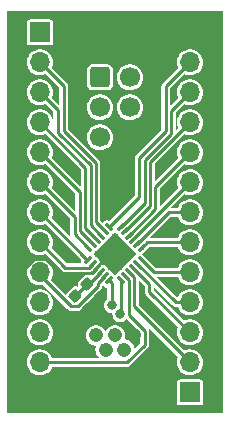
<source format=gtl>
%TF.GenerationSoftware,KiCad,Pcbnew,6.0.2+dfsg-1*%
%TF.CreationDate,2022-08-12T08:44:15-04:00*%
%TF.ProjectId,attiny_devboard,61747469-6e79-45f6-9465-76626f617264,rev?*%
%TF.SameCoordinates,Original*%
%TF.FileFunction,Copper,L1,Top*%
%TF.FilePolarity,Positive*%
%FSLAX46Y46*%
G04 Gerber Fmt 4.6, Leading zero omitted, Abs format (unit mm)*
G04 Created by KiCad (PCBNEW 6.0.2+dfsg-1) date 2022-08-12 08:44:15*
%MOMM*%
%LPD*%
G01*
G04 APERTURE LIST*
G04 Aperture macros list*
%AMRoundRect*
0 Rectangle with rounded corners*
0 $1 Rounding radius*
0 $2 $3 $4 $5 $6 $7 $8 $9 X,Y pos of 4 corners*
0 Add a 4 corners polygon primitive as box body*
4,1,4,$2,$3,$4,$5,$6,$7,$8,$9,$2,$3,0*
0 Add four circle primitives for the rounded corners*
1,1,$1+$1,$2,$3*
1,1,$1+$1,$4,$5*
1,1,$1+$1,$6,$7*
1,1,$1+$1,$8,$9*
0 Add four rect primitives between the rounded corners*
20,1,$1+$1,$2,$3,$4,$5,0*
20,1,$1+$1,$4,$5,$6,$7,0*
20,1,$1+$1,$6,$7,$8,$9,0*
20,1,$1+$1,$8,$9,$2,$3,0*%
%AMRotRect*
0 Rectangle, with rotation*
0 The origin of the aperture is its center*
0 $1 length*
0 $2 width*
0 $3 Rotation angle, in degrees counterclockwise*
0 Add horizontal line*
21,1,$1,$2,0,0,$3*%
G04 Aperture macros list end*
%TA.AperFunction,SMDPad,CuDef*%
%ADD10RoundRect,0.225000X-0.335876X-0.017678X-0.017678X-0.335876X0.335876X0.017678X0.017678X0.335876X0*%
%TD*%
%TA.AperFunction,ComponentPad*%
%ADD11RoundRect,0.250000X-0.600000X-0.600000X0.600000X-0.600000X0.600000X0.600000X-0.600000X0.600000X0*%
%TD*%
%TA.AperFunction,ComponentPad*%
%ADD12C,1.700000*%
%TD*%
%TA.AperFunction,SMDPad,CuDef*%
%ADD13RoundRect,0.062500X-0.203293X-0.291682X0.291682X0.203293X0.203293X0.291682X-0.291682X-0.203293X0*%
%TD*%
%TA.AperFunction,SMDPad,CuDef*%
%ADD14RoundRect,0.062500X0.203293X-0.291682X0.291682X-0.203293X-0.203293X0.291682X-0.291682X0.203293X0*%
%TD*%
%TA.AperFunction,SMDPad,CuDef*%
%ADD15RotRect,2.600000X2.600000X45.000000*%
%TD*%
%TA.AperFunction,ComponentPad*%
%ADD16O,1.700000X2.900000*%
%TD*%
%TA.AperFunction,ComponentPad*%
%ADD17O,1.700000X2.980000*%
%TD*%
%TA.AperFunction,ComponentPad*%
%ADD18C,1.208000*%
%TD*%
%TA.AperFunction,ComponentPad*%
%ADD19R,1.700000X1.700000*%
%TD*%
%TA.AperFunction,ComponentPad*%
%ADD20O,1.700000X1.700000*%
%TD*%
%TA.AperFunction,ViaPad*%
%ADD21C,0.800000*%
%TD*%
%TA.AperFunction,Conductor*%
%ADD22C,0.250000*%
%TD*%
G04 APERTURE END LIST*
D10*
%TO.P,C2,1*%
%TO.N,VCC*%
X135087992Y-98511992D03*
%TO.P,C2,2*%
%TO.N,GND*%
X136184008Y-99608008D03*
%TD*%
%TO.P,C1,1*%
%TO.N,VCC*%
X136103992Y-97495992D03*
%TO.P,C1,2*%
%TO.N,GND*%
X137200008Y-98592008D03*
%TD*%
D11*
%TO.P,J1,1,DATA*%
%TO.N,PA0*%
X137160000Y-80010000D03*
D12*
%TO.P,J1,2,VCC*%
%TO.N,VCC*%
X139700000Y-80010000D03*
%TO.P,J1,3,NC*%
%TO.N,unconnected-(J1-Pad3)*%
X137160000Y-82550000D03*
%TO.P,J1,4,NC*%
%TO.N,unconnected-(J1-Pad4)*%
X139700000Y-82550000D03*
%TO.P,J1,5,NC*%
%TO.N,unconnected-(J1-Pad5)*%
X137160000Y-85090000D03*
%TO.P,J1,6,GND*%
%TO.N,GND*%
X139700000Y-85090000D03*
%TD*%
D13*
%TO.P,U1,1,PA2*%
%TO.N,PA2*%
X136176097Y-95437476D03*
%TO.P,U1,2,PA3*%
%TO.N,PA3*%
X136529651Y-95791029D03*
%TO.P,U1,3,GND*%
%TO.N,GND*%
X136883204Y-96144583D03*
%TO.P,U1,4,VCC*%
%TO.N,VCC*%
X137236757Y-96498136D03*
%TO.P,U1,5,PA4*%
%TO.N,PA4*%
X137590311Y-96851689D03*
%TO.P,U1,6,PA5*%
%TO.N,PA5*%
X137943864Y-97205243D03*
D14*
%TO.P,U1,7,PA6*%
%TO.N,PA6*%
X138916136Y-97205243D03*
%TO.P,U1,8,PA7*%
%TO.N,PA7*%
X139269689Y-96851689D03*
%TO.P,U1,9,PB7*%
%TO.N,PB7*%
X139623243Y-96498136D03*
%TO.P,U1,10,PB6*%
%TO.N,PB6*%
X139976796Y-96144583D03*
%TO.P,U1,11,PB5*%
%TO.N,PB5*%
X140330349Y-95791029D03*
%TO.P,U1,12,PB4*%
%TO.N,PB4*%
X140683903Y-95437476D03*
D13*
%TO.P,U1,13,PB3*%
%TO.N,PB3*%
X140683903Y-94465204D03*
%TO.P,U1,14,PB2*%
%TO.N,PB2*%
X140330349Y-94111651D03*
%TO.P,U1,15,PB1*%
%TO.N,PB1*%
X139976796Y-93758097D03*
%TO.P,U1,16,PB0*%
%TO.N,PB0*%
X139623243Y-93404544D03*
%TO.P,U1,17,PC0*%
%TO.N,PC0*%
X139269689Y-93050991D03*
%TO.P,U1,18,PC1*%
%TO.N,PC1*%
X138916136Y-92697437D03*
D14*
%TO.P,U1,19,PC2*%
%TO.N,PC2*%
X137943864Y-92697437D03*
%TO.P,U1,20,PC3*%
%TO.N,PC3*%
X137590311Y-93050991D03*
%TO.P,U1,21,PC4*%
%TO.N,PC4*%
X137236757Y-93404544D03*
%TO.P,U1,22,PC5*%
%TO.N,PC5*%
X136883204Y-93758097D03*
%TO.P,U1,23,~{RESET}/PA0*%
%TO.N,PA0*%
X136529651Y-94111651D03*
%TO.P,U1,24,PA1*%
%TO.N,PA1*%
X136176097Y-94465204D03*
D15*
%TO.P,U1,25,GND*%
%TO.N,GND*%
X138430000Y-94951340D03*
%TD*%
D16*
%TO.P,J2,6,Shield*%
%TO.N,GND*%
X142080000Y-106904000D03*
D17*
X134780000Y-106904000D03*
D18*
%TO.P,J2,5,GND*%
X140030000Y-101854000D03*
%TO.P,J2,4,ID*%
%TO.N,unconnected-(J2-Pad4)*%
X139230000Y-103054000D03*
%TO.P,J2,3,D+*%
%TO.N,unconnected-(J2-Pad3)*%
X138430000Y-101854000D03*
%TO.P,J2,2,D-*%
%TO.N,unconnected-(J2-Pad2)*%
X137630000Y-103054000D03*
%TO.P,J2,1,VBUS*%
%TO.N,VCC*%
X136830000Y-101854000D03*
%TD*%
D19*
%TO.P,J4,1,Pin_1*%
%TO.N,VCC*%
X144780000Y-106680000D03*
D20*
%TO.P,J4,2,Pin_2*%
%TO.N,PB7*%
X144780000Y-104140000D03*
%TO.P,J4,3,Pin_3*%
%TO.N,PB6*%
X144780000Y-101600000D03*
%TO.P,J4,4,Pin_4*%
%TO.N,PB5*%
X144780000Y-99060000D03*
%TO.P,J4,5,Pin_5*%
%TO.N,PB4*%
X144780000Y-96520000D03*
%TO.P,J4,6,Pin_6*%
%TO.N,PB3*%
X144780000Y-93980000D03*
%TO.P,J4,7,Pin_7*%
%TO.N,PB2*%
X144780000Y-91440000D03*
%TO.P,J4,8,Pin_8*%
%TO.N,PB1*%
X144780000Y-88900000D03*
%TO.P,J4,9,Pin_9*%
%TO.N,PB0*%
X144780000Y-86360000D03*
%TO.P,J4,10,Pin_10*%
%TO.N,PC0*%
X144780000Y-83820000D03*
%TO.P,J4,11,Pin_11*%
%TO.N,PC1*%
X144780000Y-81280000D03*
%TO.P,J4,12,Pin_12*%
%TO.N,PC2*%
X144780000Y-78740000D03*
%TO.P,J4,13,Pin_13*%
%TO.N,GND*%
X144780000Y-76200000D03*
%TD*%
D19*
%TO.P,J3,1,Pin_1*%
%TO.N,VCC*%
X132080000Y-76200000D03*
D20*
%TO.P,J3,2,Pin_2*%
%TO.N,PC3*%
X132080000Y-78740000D03*
%TO.P,J3,3,Pin_3*%
%TO.N,PC4*%
X132080000Y-81280000D03*
%TO.P,J3,4,Pin_4*%
%TO.N,PC5*%
X132080000Y-83820000D03*
%TO.P,J3,5,Pin_5*%
%TO.N,PA0*%
X132080000Y-86360000D03*
%TO.P,J3,6,Pin_6*%
%TO.N,PA1*%
X132080000Y-88900000D03*
%TO.P,J3,7,Pin_7*%
%TO.N,PA2*%
X132080000Y-91440000D03*
%TO.P,J3,8,Pin_8*%
%TO.N,PA3*%
X132080000Y-93980000D03*
%TO.P,J3,9,Pin_9*%
%TO.N,PA4*%
X132080000Y-96520000D03*
%TO.P,J3,10,Pin_10*%
%TO.N,PA5*%
X132080000Y-99060000D03*
%TO.P,J3,11,Pin_11*%
%TO.N,PA6*%
X132080000Y-101600000D03*
%TO.P,J3,12,Pin_12*%
%TO.N,PA7*%
X132080000Y-104140000D03*
%TO.P,J3,13,Pin_13*%
%TO.N,GND*%
X132080000Y-106680000D03*
%TD*%
D21*
%TO.N,PA6*%
X138870337Y-100072972D03*
%TO.N,PA5*%
X138176000Y-99314000D03*
%TO.N,VCC*%
X136103992Y-97495992D03*
X135087992Y-98511992D03*
%TD*%
D22*
%TO.N,GND*%
X137200008Y-98592008D02*
X136184008Y-99608008D01*
X136883204Y-96144583D02*
X136462090Y-96565697D01*
X136462090Y-96565697D02*
X133786707Y-96565697D01*
X133786707Y-96565697D02*
X132566499Y-95345489D01*
X132566499Y-95345489D02*
X131593501Y-95345489D01*
X131593501Y-95345489D02*
X130810000Y-96128990D01*
X130810000Y-96128990D02*
X130810000Y-105410000D01*
X130810000Y-105410000D02*
X132080000Y-106680000D01*
%TO.N,PA6*%
X138916136Y-100027173D02*
X138916136Y-97205243D01*
X138870337Y-100072972D02*
X138916136Y-100027173D01*
%TO.N,PA5*%
X138176000Y-97437379D02*
X138176000Y-99314000D01*
X137943864Y-97205243D02*
X138176000Y-97437379D01*
%TO.N,PA7*%
X139269689Y-96851689D02*
X139594837Y-97176837D01*
X139457114Y-104140000D02*
X132080000Y-104140000D01*
X139594837Y-97176837D02*
X139594837Y-100105723D01*
X139594837Y-100105723D02*
X140970000Y-101480886D01*
X140970000Y-102627114D02*
X139457114Y-104140000D01*
X140970000Y-101480886D02*
X140970000Y-102627114D01*
%TO.N,VCC*%
X136103992Y-97495992D02*
X136238901Y-97495992D01*
X136238901Y-97495992D02*
X137236757Y-96498136D01*
%TO.N,PA4*%
X137590311Y-96851689D02*
X136989387Y-97452613D01*
X136989387Y-97452613D02*
X136989387Y-97705933D01*
X136989387Y-97705933D02*
X135297933Y-99397387D01*
X132080000Y-96774000D02*
X132080000Y-96520000D01*
X135297933Y-99397387D02*
X134703387Y-99397387D01*
X134703387Y-99397387D02*
X132080000Y-96774000D01*
%TO.N,VCC*%
X135087992Y-98511992D02*
X136103992Y-97495992D01*
%TO.N,PA2*%
X136176097Y-95437476D02*
X136077476Y-95437476D01*
X136077476Y-95437476D02*
X132080000Y-91440000D01*
%TO.N,PA3*%
X136204503Y-96116177D02*
X136529651Y-95791029D01*
X132080000Y-93980000D02*
X134216177Y-96116177D01*
X134216177Y-96116177D02*
X136204503Y-96116177D01*
%TO.N,PB7*%
X139623243Y-96498136D02*
X140044357Y-96919250D01*
X140044357Y-96919250D02*
X140044357Y-99404357D01*
X140044357Y-99404357D02*
X144780000Y-104140000D01*
%TO.N,PB6*%
X144780000Y-101600000D02*
X141323553Y-98143553D01*
X141323553Y-98143553D02*
X141323553Y-97491340D01*
X139976796Y-96144583D02*
X141323553Y-97491340D01*
%TO.N,PB5*%
X143599320Y-99060000D02*
X144780000Y-99060000D01*
X140330349Y-95791029D02*
X143599320Y-99060000D01*
%TO.N,PB4*%
X140683903Y-95437476D02*
X141766427Y-96520000D01*
X141766427Y-96520000D02*
X144780000Y-96520000D01*
%TO.N,PB3*%
X140683903Y-94465204D02*
X141169107Y-93980000D01*
X141169107Y-93980000D02*
X144780000Y-93980000D01*
%TO.N,PB2*%
X140330349Y-94111651D02*
X143002000Y-91440000D01*
X143002000Y-91440000D02*
X144780000Y-91440000D01*
%TO.N,PB1*%
X139976796Y-93703204D02*
X144780000Y-88900000D01*
X139976796Y-93758097D02*
X139976796Y-93703204D01*
%TO.N,PB0*%
X141848960Y-89291040D02*
X144780000Y-86360000D01*
X139623243Y-93404544D02*
X141848960Y-91178827D01*
X141848960Y-91178827D02*
X141848960Y-89291040D01*
%TO.N,PC0*%
X139269689Y-93050991D02*
X141399440Y-90921240D01*
X141399440Y-87200560D02*
X144780000Y-83820000D01*
X141399440Y-90921240D02*
X141399440Y-87200560D01*
%TO.N,PC1*%
X143192141Y-82867859D02*
X143192141Y-84772141D01*
X140949920Y-87014362D02*
X140949920Y-90663653D01*
X138916136Y-92697437D02*
X140949920Y-90663653D01*
X144780000Y-81280000D02*
X143192141Y-82867859D01*
X143192141Y-84772141D02*
X140949920Y-87014362D01*
%TO.N,PC2*%
X140500400Y-86828164D02*
X142742621Y-84585943D01*
X142742621Y-80777379D02*
X144780000Y-78740000D01*
X142742621Y-84585943D02*
X142742621Y-80777379D01*
X140500400Y-86828164D02*
X140500400Y-90140901D01*
X140500400Y-90140901D02*
X137943864Y-92697437D01*
%TO.N,PC3*%
X134112000Y-84580564D02*
X134112000Y-80772000D01*
X134112000Y-80772000D02*
X132080000Y-78740000D01*
X137590311Y-93050991D02*
X136809120Y-92269800D01*
X136809120Y-87277684D02*
X134112000Y-84580564D01*
X136809120Y-87277684D02*
X136809120Y-92269800D01*
%TO.N,PC4*%
X136359600Y-92527387D02*
X137236757Y-93404544D01*
X136359600Y-87463882D02*
X136359600Y-92527387D01*
X133604000Y-82804000D02*
X133604000Y-84708282D01*
X133604000Y-84708282D02*
X136359600Y-87463882D01*
X132080000Y-81280000D02*
X133604000Y-82804000D01*
%TO.N,PC5*%
X135910080Y-87650080D02*
X132080000Y-83820000D01*
X136883204Y-93758097D02*
X135910080Y-92784973D01*
X135910080Y-92784973D02*
X135910080Y-87650080D01*
%TO.N,PA0*%
X135460560Y-89740560D02*
X135460560Y-93042560D01*
X136529651Y-94111651D02*
X135460560Y-93042560D01*
X135460560Y-89740560D02*
X132080000Y-86360000D01*
%TO.N,PA1*%
X135011040Y-93300147D02*
X135011040Y-91831040D01*
X136176097Y-94465204D02*
X135011040Y-93300147D01*
X135011040Y-91831040D02*
X132080000Y-88900000D01*
%TD*%
%TA.AperFunction,Conductor*%
%TO.N,GND*%
G36*
X147565067Y-74430933D02*
G01*
X147574000Y-74452500D01*
X147574000Y-108427500D01*
X147565067Y-108449067D01*
X147543500Y-108458000D01*
X129316500Y-108458000D01*
X129294933Y-108449067D01*
X129286000Y-108427500D01*
X129286000Y-105804933D01*
X143675500Y-105804933D01*
X143675501Y-107555066D01*
X143690266Y-107629301D01*
X143746516Y-107713484D01*
X143830699Y-107769734D01*
X143904933Y-107784500D01*
X144780000Y-107784500D01*
X145655066Y-107784499D01*
X145729301Y-107769734D01*
X145813484Y-107713484D01*
X145869734Y-107629301D01*
X145884500Y-107555067D01*
X145884499Y-105804934D01*
X145869734Y-105730699D01*
X145813484Y-105646516D01*
X145729301Y-105590266D01*
X145655067Y-105575500D01*
X145653571Y-105575500D01*
X144780001Y-105575501D01*
X143904934Y-105575501D01*
X143830699Y-105590266D01*
X143746516Y-105646516D01*
X143690266Y-105730699D01*
X143675500Y-105804933D01*
X129286000Y-105804933D01*
X129286000Y-104110964D01*
X130971148Y-104110964D01*
X130984424Y-104313522D01*
X130984768Y-104314876D01*
X131033183Y-104505507D01*
X131034392Y-104510269D01*
X131119377Y-104694616D01*
X131120182Y-104695755D01*
X131235726Y-104859248D01*
X131235730Y-104859252D01*
X131236533Y-104860389D01*
X131381938Y-105002035D01*
X131550720Y-105114812D01*
X131638788Y-105152649D01*
X131735945Y-105194391D01*
X131735947Y-105194392D01*
X131737228Y-105194942D01*
X131935216Y-105239742D01*
X131936612Y-105239797D01*
X131936613Y-105239797D01*
X132093676Y-105245968D01*
X132138053Y-105247712D01*
X132338945Y-105218584D01*
X132340267Y-105218135D01*
X132340272Y-105218134D01*
X132529836Y-105153785D01*
X132531165Y-105153334D01*
X132708276Y-105054147D01*
X132770934Y-105002035D01*
X132863270Y-104925239D01*
X132864345Y-104924345D01*
X132994147Y-104768276D01*
X133093334Y-104591165D01*
X133110636Y-104540196D01*
X133126027Y-104522645D01*
X133139517Y-104519500D01*
X139413355Y-104519500D01*
X139419776Y-104520183D01*
X139438990Y-104524320D01*
X139477931Y-104519711D01*
X139481515Y-104519500D01*
X139488638Y-104519500D01*
X139489876Y-104519294D01*
X139509888Y-104515963D01*
X139511311Y-104515760D01*
X139540535Y-104512301D01*
X139564455Y-104509470D01*
X139566728Y-104508379D01*
X139566733Y-104508377D01*
X139568797Y-104507386D01*
X139576992Y-104504794D01*
X139579252Y-104504418D01*
X139581740Y-104504004D01*
X139583957Y-104502808D01*
X139583959Y-104502807D01*
X139628842Y-104478589D01*
X139630123Y-104477937D01*
X139676610Y-104455615D01*
X139676612Y-104455613D01*
X139678346Y-104454781D01*
X139682622Y-104451186D01*
X139683089Y-104450719D01*
X139683581Y-104450268D01*
X139683643Y-104450336D01*
X139690059Y-104445558D01*
X139690711Y-104445206D01*
X139692928Y-104444010D01*
X139730778Y-104403064D01*
X139731607Y-104402201D01*
X141207406Y-102926402D01*
X141212429Y-102922346D01*
X141226823Y-102913052D01*
X141228940Y-102911685D01*
X141253211Y-102880897D01*
X141255596Y-102878212D01*
X141260638Y-102873170D01*
X141273185Y-102855613D01*
X141274026Y-102854493D01*
X141288298Y-102836389D01*
X141305595Y-102814448D01*
X141305597Y-102814445D01*
X141307156Y-102812467D01*
X141308750Y-102807928D01*
X141312712Y-102800301D01*
X141314048Y-102798432D01*
X141314049Y-102798430D01*
X141315514Y-102796380D01*
X141330849Y-102745105D01*
X141331292Y-102743740D01*
X141348382Y-102695075D01*
X141348383Y-102695073D01*
X141349018Y-102693263D01*
X141349500Y-102687698D01*
X141349500Y-102687050D01*
X141349529Y-102686378D01*
X141349619Y-102686382D01*
X141350779Y-102678459D01*
X141350876Y-102678134D01*
X141351713Y-102675336D01*
X141349524Y-102619621D01*
X141349500Y-102618424D01*
X141349500Y-101524645D01*
X141350183Y-101518225D01*
X141353790Y-101501472D01*
X141354320Y-101499010D01*
X141349711Y-101460069D01*
X141349500Y-101456485D01*
X141349500Y-101449362D01*
X141345963Y-101428112D01*
X141345760Y-101426689D01*
X141339766Y-101376048D01*
X141339470Y-101373545D01*
X141338379Y-101371272D01*
X141338377Y-101371267D01*
X141337386Y-101369203D01*
X141334794Y-101361008D01*
X141334418Y-101358748D01*
X141334004Y-101356260D01*
X141328796Y-101346607D01*
X141308588Y-101309157D01*
X141307936Y-101307877D01*
X141290000Y-101270525D01*
X141288717Y-101247216D01*
X141304291Y-101229828D01*
X141327600Y-101228545D01*
X141339061Y-101235755D01*
X143761249Y-103657943D01*
X143770182Y-103679510D01*
X143766674Y-103693711D01*
X143761271Y-103703982D01*
X143755203Y-103715515D01*
X143695007Y-103909378D01*
X143671148Y-104110964D01*
X143684424Y-104313522D01*
X143684768Y-104314876D01*
X143733183Y-104505507D01*
X143734392Y-104510269D01*
X143819377Y-104694616D01*
X143820182Y-104695755D01*
X143935726Y-104859248D01*
X143935730Y-104859252D01*
X143936533Y-104860389D01*
X144081938Y-105002035D01*
X144250720Y-105114812D01*
X144338788Y-105152649D01*
X144435945Y-105194391D01*
X144435947Y-105194392D01*
X144437228Y-105194942D01*
X144635216Y-105239742D01*
X144636612Y-105239797D01*
X144636613Y-105239797D01*
X144793676Y-105245968D01*
X144838053Y-105247712D01*
X145038945Y-105218584D01*
X145040267Y-105218135D01*
X145040272Y-105218134D01*
X145229836Y-105153785D01*
X145231165Y-105153334D01*
X145408276Y-105054147D01*
X145470934Y-105002035D01*
X145563270Y-104925239D01*
X145564345Y-104924345D01*
X145694147Y-104768276D01*
X145793334Y-104591165D01*
X145816205Y-104523790D01*
X145858134Y-104400272D01*
X145858135Y-104400267D01*
X145858584Y-104398945D01*
X145887712Y-104198053D01*
X145889232Y-104140000D01*
X145870658Y-103937859D01*
X145820637Y-103760500D01*
X145815937Y-103743834D01*
X145815937Y-103743833D01*
X145815557Y-103742487D01*
X145809400Y-103730000D01*
X145726394Y-103561681D01*
X145726394Y-103561680D01*
X145725776Y-103560428D01*
X145604320Y-103397779D01*
X145455258Y-103259987D01*
X145283581Y-103151667D01*
X145095039Y-103076446D01*
X145093676Y-103076175D01*
X145093673Y-103076174D01*
X144982195Y-103054000D01*
X144895946Y-103036844D01*
X144801892Y-103035613D01*
X144694375Y-103034205D01*
X144694371Y-103034205D01*
X144692971Y-103034187D01*
X144675920Y-103037117D01*
X144494293Y-103068326D01*
X144494289Y-103068327D01*
X144492910Y-103068564D01*
X144491601Y-103069047D01*
X144491597Y-103069048D01*
X144330318Y-103128548D01*
X144306992Y-103127631D01*
X144298194Y-103121500D01*
X140432790Y-99256096D01*
X140423857Y-99234529D01*
X140423857Y-97201972D01*
X140432790Y-97180405D01*
X140454357Y-97171472D01*
X140475924Y-97180405D01*
X140935120Y-97639601D01*
X140944053Y-97661168D01*
X140944053Y-98099794D01*
X140943370Y-98106214D01*
X140939233Y-98125429D01*
X140943634Y-98162612D01*
X140943842Y-98164369D01*
X140944053Y-98167954D01*
X140944053Y-98175077D01*
X140944259Y-98176314D01*
X140944259Y-98176315D01*
X140947590Y-98196327D01*
X140947793Y-98197750D01*
X140954083Y-98250894D01*
X140955174Y-98253167D01*
X140955176Y-98253172D01*
X140956167Y-98255236D01*
X140958759Y-98263431D01*
X140959549Y-98268179D01*
X140960745Y-98270396D01*
X140960746Y-98270398D01*
X140984964Y-98315281D01*
X140985615Y-98316559D01*
X141008772Y-98364785D01*
X141012367Y-98369061D01*
X141012834Y-98369528D01*
X141013285Y-98370020D01*
X141013217Y-98370082D01*
X141017995Y-98376498D01*
X141019543Y-98379367D01*
X141021393Y-98381077D01*
X141060488Y-98417216D01*
X141061352Y-98418046D01*
X143761249Y-101117943D01*
X143770182Y-101139510D01*
X143766674Y-101153711D01*
X143761271Y-101163982D01*
X143755203Y-101175515D01*
X143695007Y-101369378D01*
X143694843Y-101370764D01*
X143675052Y-101537982D01*
X143671148Y-101570964D01*
X143684424Y-101773522D01*
X143734392Y-101970269D01*
X143819377Y-102154616D01*
X143820182Y-102155755D01*
X143935726Y-102319248D01*
X143935730Y-102319252D01*
X143936533Y-102320389D01*
X144081938Y-102462035D01*
X144250720Y-102574812D01*
X144310827Y-102600636D01*
X144435945Y-102654391D01*
X144435947Y-102654392D01*
X144437228Y-102654942D01*
X144635216Y-102699742D01*
X144636612Y-102699797D01*
X144636613Y-102699797D01*
X144793676Y-102705968D01*
X144838053Y-102707712D01*
X145038945Y-102678584D01*
X145040267Y-102678135D01*
X145040272Y-102678134D01*
X145229836Y-102613785D01*
X145231165Y-102613334D01*
X145408276Y-102514147D01*
X145470934Y-102462035D01*
X145530497Y-102412496D01*
X145564345Y-102384345D01*
X145689660Y-102233671D01*
X145693253Y-102229351D01*
X145693253Y-102229350D01*
X145694147Y-102228276D01*
X145712503Y-102195500D01*
X145792649Y-102052388D01*
X145793334Y-102051165D01*
X145808506Y-102006469D01*
X145858134Y-101860272D01*
X145858135Y-101860267D01*
X145858584Y-101858945D01*
X145887712Y-101658053D01*
X145889232Y-101600000D01*
X145870658Y-101397859D01*
X145815557Y-101202487D01*
X145802916Y-101176852D01*
X145726394Y-101021681D01*
X145726394Y-101021680D01*
X145725776Y-101020428D01*
X145604320Y-100857779D01*
X145455258Y-100719987D01*
X145283581Y-100611667D01*
X145095039Y-100536446D01*
X145093676Y-100536175D01*
X145093673Y-100536174D01*
X144996419Y-100516829D01*
X144895946Y-100496844D01*
X144801892Y-100495613D01*
X144694375Y-100494205D01*
X144694371Y-100494205D01*
X144692971Y-100494187D01*
X144675920Y-100497117D01*
X144494293Y-100528326D01*
X144494289Y-100528327D01*
X144492910Y-100528564D01*
X144491601Y-100529047D01*
X144491597Y-100529048D01*
X144330318Y-100588548D01*
X144306992Y-100587631D01*
X144298194Y-100581500D01*
X141711986Y-97995292D01*
X141703053Y-97973725D01*
X141703053Y-97774061D01*
X141711986Y-97752494D01*
X141733553Y-97743561D01*
X141755120Y-97752494D01*
X143300032Y-99297406D01*
X143304088Y-99302429D01*
X143314749Y-99318940D01*
X143316728Y-99320500D01*
X143345537Y-99343211D01*
X143348222Y-99345596D01*
X143353264Y-99350638D01*
X143370818Y-99363183D01*
X143371938Y-99364024D01*
X143390208Y-99378427D01*
X143411986Y-99395595D01*
X143411989Y-99395597D01*
X143413967Y-99397156D01*
X143418434Y-99398725D01*
X143418509Y-99398751D01*
X143426133Y-99402711D01*
X143430054Y-99405513D01*
X143432470Y-99406236D01*
X143432471Y-99406236D01*
X143481316Y-99420844D01*
X143482683Y-99421288D01*
X143531359Y-99438382D01*
X143531361Y-99438383D01*
X143533171Y-99439018D01*
X143535083Y-99439184D01*
X143535085Y-99439184D01*
X143538085Y-99439444D01*
X143538094Y-99439444D01*
X143538736Y-99439500D01*
X143539384Y-99439500D01*
X143540056Y-99439529D01*
X143540052Y-99439619D01*
X143547975Y-99440779D01*
X143551098Y-99441713D01*
X143553621Y-99441614D01*
X143553622Y-99441614D01*
X143606813Y-99439524D01*
X143608010Y-99439500D01*
X143719124Y-99439500D01*
X143740691Y-99448433D01*
X143746822Y-99457231D01*
X143750996Y-99466284D01*
X143819377Y-99614616D01*
X143820182Y-99615755D01*
X143935726Y-99779248D01*
X143935730Y-99779252D01*
X143936533Y-99780389D01*
X144081938Y-99922035D01*
X144250720Y-100034812D01*
X144327716Y-100067892D01*
X144435945Y-100114391D01*
X144435947Y-100114392D01*
X144437228Y-100114942D01*
X144635216Y-100159742D01*
X144636612Y-100159797D01*
X144636613Y-100159797D01*
X144793676Y-100165968D01*
X144838053Y-100167712D01*
X145038945Y-100138584D01*
X145040267Y-100138135D01*
X145040272Y-100138134D01*
X145229836Y-100073785D01*
X145231165Y-100073334D01*
X145356216Y-100003302D01*
X145407055Y-99974831D01*
X145407057Y-99974830D01*
X145408276Y-99974147D01*
X145470934Y-99922035D01*
X145563270Y-99845239D01*
X145564345Y-99844345D01*
X145656965Y-99732982D01*
X145693253Y-99689351D01*
X145693253Y-99689350D01*
X145694147Y-99688276D01*
X145697114Y-99682979D01*
X145792649Y-99512388D01*
X145793334Y-99511165D01*
X145818041Y-99438382D01*
X145858134Y-99320272D01*
X145858135Y-99320267D01*
X145858584Y-99318945D01*
X145887712Y-99118053D01*
X145889232Y-99060000D01*
X145870658Y-98857859D01*
X145815557Y-98662487D01*
X145804606Y-98640279D01*
X145726394Y-98481681D01*
X145726394Y-98481680D01*
X145725776Y-98480428D01*
X145604320Y-98317779D01*
X145602290Y-98315902D01*
X145582445Y-98297558D01*
X145455258Y-98179987D01*
X145283581Y-98071667D01*
X145095039Y-97996446D01*
X145093676Y-97996175D01*
X145093673Y-97996174D01*
X144996419Y-97976829D01*
X144895946Y-97956844D01*
X144801892Y-97955613D01*
X144694375Y-97954205D01*
X144694371Y-97954205D01*
X144692971Y-97954187D01*
X144624376Y-97965974D01*
X144494293Y-97988326D01*
X144494289Y-97988327D01*
X144492910Y-97988564D01*
X144491601Y-97989047D01*
X144491597Y-97989048D01*
X144447759Y-98005221D01*
X144302463Y-98058824D01*
X144301262Y-98059539D01*
X144301259Y-98059540D01*
X144237922Y-98097222D01*
X144128010Y-98162612D01*
X143975392Y-98296455D01*
X143849720Y-98455869D01*
X143759426Y-98627489D01*
X143741480Y-98642415D01*
X143718234Y-98640279D01*
X143710868Y-98634854D01*
X142027581Y-96951567D01*
X142018648Y-96930000D01*
X142027581Y-96908433D01*
X142049148Y-96899500D01*
X143719124Y-96899500D01*
X143740691Y-96908433D01*
X143746822Y-96917231D01*
X143819377Y-97074616D01*
X143820182Y-97075755D01*
X143935726Y-97239248D01*
X143935730Y-97239252D01*
X143936533Y-97240389D01*
X144081938Y-97382035D01*
X144250720Y-97494812D01*
X144299620Y-97515821D01*
X144435945Y-97574391D01*
X144435947Y-97574392D01*
X144437228Y-97574942D01*
X144635216Y-97619742D01*
X144636612Y-97619797D01*
X144636613Y-97619797D01*
X144784633Y-97625613D01*
X144838053Y-97627712D01*
X145038945Y-97598584D01*
X145040267Y-97598135D01*
X145040272Y-97598134D01*
X145229836Y-97533785D01*
X145231165Y-97533334D01*
X145408276Y-97434147D01*
X145470934Y-97382035D01*
X145563270Y-97305239D01*
X145564345Y-97304345D01*
X145694147Y-97148276D01*
X145793334Y-96971165D01*
X145817661Y-96899500D01*
X145858134Y-96780272D01*
X145858135Y-96780267D01*
X145858584Y-96778945D01*
X145887712Y-96578053D01*
X145889232Y-96520000D01*
X145870658Y-96317859D01*
X145815557Y-96122487D01*
X145802916Y-96096852D01*
X145726394Y-95941681D01*
X145726394Y-95941680D01*
X145725776Y-95940428D01*
X145604320Y-95777779D01*
X145455258Y-95639987D01*
X145283581Y-95531667D01*
X145095039Y-95456446D01*
X145093676Y-95456175D01*
X145093673Y-95456174D01*
X144996419Y-95436829D01*
X144895946Y-95416844D01*
X144801892Y-95415613D01*
X144694375Y-95414205D01*
X144694371Y-95414205D01*
X144692971Y-95414187D01*
X144675920Y-95417117D01*
X144494293Y-95448326D01*
X144494289Y-95448327D01*
X144492910Y-95448564D01*
X144491601Y-95449047D01*
X144491597Y-95449048D01*
X144342206Y-95504162D01*
X144302463Y-95518824D01*
X144301262Y-95519539D01*
X144301259Y-95519540D01*
X144237922Y-95557222D01*
X144128010Y-95622612D01*
X143975392Y-95756455D01*
X143849720Y-95915869D01*
X143849069Y-95917107D01*
X143849068Y-95917108D01*
X143828908Y-95955425D01*
X143755203Y-96095515D01*
X143747897Y-96119045D01*
X143732970Y-96136992D01*
X143718769Y-96140500D01*
X141936255Y-96140500D01*
X141914688Y-96131567D01*
X140756028Y-94972907D01*
X140747095Y-94951340D01*
X140756028Y-94929773D01*
X141317368Y-94368433D01*
X141338935Y-94359500D01*
X143719124Y-94359500D01*
X143740691Y-94368433D01*
X143746822Y-94377231D01*
X143809335Y-94512832D01*
X143819377Y-94534616D01*
X143820182Y-94535755D01*
X143935726Y-94699248D01*
X143935730Y-94699252D01*
X143936533Y-94700389D01*
X144081938Y-94842035D01*
X144250720Y-94954812D01*
X144319097Y-94984189D01*
X144435945Y-95034391D01*
X144435947Y-95034392D01*
X144437228Y-95034942D01*
X144635216Y-95079742D01*
X144636612Y-95079797D01*
X144636613Y-95079797D01*
X144793676Y-95085968D01*
X144838053Y-95087712D01*
X145038945Y-95058584D01*
X145040267Y-95058135D01*
X145040272Y-95058134D01*
X145229836Y-94993785D01*
X145231165Y-94993334D01*
X145408276Y-94894147D01*
X145470934Y-94842035D01*
X145563270Y-94765239D01*
X145564345Y-94764345D01*
X145694147Y-94608276D01*
X145793334Y-94431165D01*
X145817661Y-94359500D01*
X145858134Y-94240272D01*
X145858135Y-94240267D01*
X145858584Y-94238945D01*
X145887712Y-94038053D01*
X145889232Y-93980000D01*
X145870658Y-93777859D01*
X145815557Y-93582487D01*
X145809400Y-93570000D01*
X145726394Y-93401681D01*
X145726394Y-93401680D01*
X145725776Y-93400428D01*
X145604320Y-93237779D01*
X145455258Y-93099987D01*
X145283581Y-92991667D01*
X145095039Y-92916446D01*
X145093676Y-92916175D01*
X145093673Y-92916174D01*
X144996419Y-92896829D01*
X144895946Y-92876844D01*
X144801892Y-92875613D01*
X144694375Y-92874205D01*
X144694371Y-92874205D01*
X144692971Y-92874187D01*
X144675920Y-92877117D01*
X144494293Y-92908326D01*
X144494289Y-92908327D01*
X144492910Y-92908564D01*
X144491601Y-92909047D01*
X144491597Y-92909048D01*
X144315006Y-92974197D01*
X144302463Y-92978824D01*
X144301262Y-92979539D01*
X144301259Y-92979540D01*
X144237922Y-93017222D01*
X144128010Y-93082612D01*
X143975392Y-93216455D01*
X143849720Y-93375869D01*
X143849069Y-93377107D01*
X143849068Y-93377108D01*
X143828743Y-93415740D01*
X143755203Y-93555515D01*
X143747897Y-93579045D01*
X143732970Y-93596992D01*
X143718769Y-93600500D01*
X141451828Y-93600500D01*
X141430261Y-93591567D01*
X141421328Y-93570000D01*
X141430261Y-93548433D01*
X143150261Y-91828433D01*
X143171828Y-91819500D01*
X143719124Y-91819500D01*
X143740691Y-91828433D01*
X143746822Y-91837231D01*
X143819377Y-91994616D01*
X143820182Y-91995755D01*
X143935726Y-92159248D01*
X143935730Y-92159252D01*
X143936533Y-92160389D01*
X144081938Y-92302035D01*
X144250720Y-92414812D01*
X144319097Y-92444189D01*
X144435945Y-92494391D01*
X144435947Y-92494392D01*
X144437228Y-92494942D01*
X144635216Y-92539742D01*
X144636612Y-92539797D01*
X144636613Y-92539797D01*
X144793676Y-92545968D01*
X144838053Y-92547712D01*
X145038945Y-92518584D01*
X145040267Y-92518135D01*
X145040272Y-92518134D01*
X145229836Y-92453785D01*
X145231165Y-92453334D01*
X145408276Y-92354147D01*
X145470934Y-92302035D01*
X145563270Y-92225239D01*
X145564345Y-92224345D01*
X145694147Y-92068276D01*
X145793334Y-91891165D01*
X145817661Y-91819500D01*
X145858134Y-91700272D01*
X145858135Y-91700267D01*
X145858584Y-91698945D01*
X145887712Y-91498053D01*
X145889232Y-91440000D01*
X145870658Y-91237859D01*
X145815557Y-91042487D01*
X145809400Y-91030000D01*
X145726394Y-90861681D01*
X145726394Y-90861680D01*
X145725776Y-90860428D01*
X145604320Y-90697779D01*
X145455258Y-90559987D01*
X145283581Y-90451667D01*
X145095039Y-90376446D01*
X145093676Y-90376175D01*
X145093673Y-90376174D01*
X144996419Y-90356829D01*
X144895946Y-90336844D01*
X144801892Y-90335613D01*
X144694375Y-90334205D01*
X144694371Y-90334205D01*
X144692971Y-90334187D01*
X144675920Y-90337117D01*
X144494293Y-90368326D01*
X144494289Y-90368327D01*
X144492910Y-90368564D01*
X144491601Y-90369047D01*
X144491597Y-90369048D01*
X144315006Y-90434197D01*
X144302463Y-90438824D01*
X144301262Y-90439539D01*
X144301259Y-90439540D01*
X144237922Y-90477222D01*
X144128010Y-90542612D01*
X143975392Y-90676455D01*
X143849720Y-90835869D01*
X143849069Y-90837107D01*
X143849068Y-90837108D01*
X143835562Y-90862779D01*
X143755203Y-91015515D01*
X143747897Y-91039045D01*
X143732970Y-91056992D01*
X143718769Y-91060500D01*
X143229828Y-91060500D01*
X143208261Y-91051567D01*
X143199328Y-91030000D01*
X143208261Y-91008433D01*
X144299871Y-89916823D01*
X144321438Y-89907890D01*
X144333475Y-89910366D01*
X144408132Y-89942441D01*
X144435945Y-89954391D01*
X144435947Y-89954392D01*
X144437228Y-89954942D01*
X144635216Y-89999742D01*
X144636612Y-89999797D01*
X144636613Y-89999797D01*
X144793676Y-90005968D01*
X144838053Y-90007712D01*
X145038945Y-89978584D01*
X145040267Y-89978135D01*
X145040272Y-89978134D01*
X145210906Y-89920211D01*
X145231165Y-89913334D01*
X145408276Y-89814147D01*
X145470934Y-89762035D01*
X145563270Y-89685239D01*
X145564345Y-89684345D01*
X145694147Y-89528276D01*
X145793334Y-89351165D01*
X145819567Y-89273885D01*
X145858134Y-89160272D01*
X145858135Y-89160267D01*
X145858584Y-89158945D01*
X145887712Y-88958053D01*
X145889232Y-88900000D01*
X145870658Y-88697859D01*
X145815557Y-88502487D01*
X145802916Y-88476852D01*
X145726394Y-88321681D01*
X145726394Y-88321680D01*
X145725776Y-88320428D01*
X145604320Y-88157779D01*
X145455258Y-88019987D01*
X145283581Y-87911667D01*
X145095039Y-87836446D01*
X145093676Y-87836175D01*
X145093673Y-87836174D01*
X144948381Y-87807274D01*
X144895946Y-87796844D01*
X144801892Y-87795613D01*
X144694375Y-87794205D01*
X144694371Y-87794205D01*
X144692971Y-87794187D01*
X144624376Y-87805974D01*
X144494293Y-87828326D01*
X144494289Y-87828327D01*
X144492910Y-87828564D01*
X144491601Y-87829047D01*
X144491597Y-87829048D01*
X144315006Y-87894197D01*
X144302463Y-87898824D01*
X144301262Y-87899539D01*
X144301259Y-87899540D01*
X144237922Y-87937222D01*
X144128010Y-88002612D01*
X143975392Y-88136455D01*
X143849720Y-88295869D01*
X143849069Y-88297107D01*
X143849068Y-88297108D01*
X143836140Y-88321681D01*
X143755203Y-88475515D01*
X143695007Y-88669378D01*
X143694843Y-88670764D01*
X143682826Y-88772299D01*
X143671148Y-88870964D01*
X143684424Y-89073522D01*
X143734392Y-89270269D01*
X143734979Y-89271542D01*
X143769240Y-89345861D01*
X143770157Y-89369187D01*
X143763109Y-89380197D01*
X142280527Y-90862779D01*
X142258960Y-90871712D01*
X142237393Y-90862779D01*
X142228460Y-90841212D01*
X142228460Y-89460868D01*
X142237393Y-89439301D01*
X144299871Y-87376823D01*
X144321438Y-87367890D01*
X144333475Y-87370366D01*
X144408132Y-87402441D01*
X144435945Y-87414391D01*
X144435947Y-87414392D01*
X144437228Y-87414942D01*
X144635216Y-87459742D01*
X144636612Y-87459797D01*
X144636613Y-87459797D01*
X144793676Y-87465968D01*
X144838053Y-87467712D01*
X145038945Y-87438584D01*
X145040267Y-87438135D01*
X145040272Y-87438134D01*
X145210906Y-87380211D01*
X145231165Y-87373334D01*
X145335280Y-87315027D01*
X145407055Y-87274831D01*
X145407057Y-87274830D01*
X145408276Y-87274147D01*
X145470934Y-87222035D01*
X145563270Y-87145239D01*
X145564345Y-87144345D01*
X145694147Y-86988276D01*
X145793334Y-86811165D01*
X145810633Y-86760203D01*
X145858134Y-86620272D01*
X145858135Y-86620267D01*
X145858584Y-86618945D01*
X145887712Y-86418053D01*
X145889232Y-86360000D01*
X145870658Y-86157859D01*
X145815557Y-85962487D01*
X145802916Y-85936852D01*
X145726394Y-85781681D01*
X145726394Y-85781680D01*
X145725776Y-85780428D01*
X145604320Y-85617779D01*
X145455258Y-85479987D01*
X145283581Y-85371667D01*
X145095039Y-85296446D01*
X145093676Y-85296175D01*
X145093673Y-85296174D01*
X144996419Y-85276829D01*
X144895946Y-85256844D01*
X144801892Y-85255613D01*
X144694375Y-85254205D01*
X144694371Y-85254205D01*
X144692971Y-85254187D01*
X144638645Y-85263522D01*
X144494293Y-85288326D01*
X144494289Y-85288327D01*
X144492910Y-85288564D01*
X144491601Y-85289047D01*
X144491597Y-85289048D01*
X144332998Y-85347559D01*
X144302463Y-85358824D01*
X144301262Y-85359539D01*
X144301259Y-85359540D01*
X144237922Y-85397222D01*
X144128010Y-85462612D01*
X143975392Y-85596455D01*
X143957695Y-85618904D01*
X143878509Y-85719351D01*
X143849720Y-85755869D01*
X143849069Y-85757107D01*
X143849068Y-85757108D01*
X143836140Y-85781681D01*
X143755203Y-85935515D01*
X143695007Y-86129378D01*
X143694843Y-86130764D01*
X143687863Y-86189742D01*
X143671148Y-86330964D01*
X143684424Y-86533522D01*
X143734392Y-86730269D01*
X143734979Y-86731542D01*
X143769240Y-86805861D01*
X143770157Y-86829187D01*
X143763109Y-86840197D01*
X141831007Y-88772299D01*
X141809440Y-88781232D01*
X141787873Y-88772299D01*
X141778940Y-88750732D01*
X141778940Y-87370388D01*
X141787873Y-87348821D01*
X144299871Y-84836823D01*
X144321438Y-84827890D01*
X144333475Y-84830366D01*
X144401002Y-84859378D01*
X144435945Y-84874391D01*
X144435947Y-84874392D01*
X144437228Y-84874942D01*
X144635216Y-84919742D01*
X144636612Y-84919797D01*
X144636613Y-84919797D01*
X144793676Y-84925968D01*
X144838053Y-84927712D01*
X145038945Y-84898584D01*
X145040267Y-84898135D01*
X145040272Y-84898134D01*
X145210906Y-84840211D01*
X145231165Y-84833334D01*
X145408276Y-84734147D01*
X145470934Y-84682035D01*
X145563270Y-84605239D01*
X145564345Y-84604345D01*
X145694147Y-84448276D01*
X145699008Y-84439597D01*
X145792649Y-84272388D01*
X145793334Y-84271165D01*
X145820242Y-84191898D01*
X145858134Y-84080272D01*
X145858135Y-84080267D01*
X145858584Y-84078945D01*
X145887712Y-83878053D01*
X145889232Y-83820000D01*
X145870658Y-83617859D01*
X145815557Y-83422487D01*
X145802916Y-83396852D01*
X145726394Y-83241681D01*
X145726394Y-83241680D01*
X145725776Y-83240428D01*
X145604320Y-83077779D01*
X145455258Y-82939987D01*
X145283581Y-82831667D01*
X145095039Y-82756446D01*
X145093676Y-82756175D01*
X145093673Y-82756174D01*
X144996419Y-82736829D01*
X144895946Y-82716844D01*
X144801892Y-82715613D01*
X144694375Y-82714205D01*
X144694371Y-82714205D01*
X144692971Y-82714187D01*
X144638645Y-82723522D01*
X144494293Y-82748326D01*
X144494289Y-82748327D01*
X144492910Y-82748564D01*
X144491601Y-82749047D01*
X144491597Y-82749048D01*
X144332998Y-82807559D01*
X144302463Y-82818824D01*
X144301262Y-82819539D01*
X144301259Y-82819540D01*
X144237922Y-82857222D01*
X144128010Y-82922612D01*
X143975392Y-83056455D01*
X143957695Y-83078904D01*
X143878509Y-83179351D01*
X143849720Y-83215869D01*
X143849069Y-83217107D01*
X143849068Y-83217108D01*
X143836140Y-83241681D01*
X143755203Y-83395515D01*
X143695007Y-83589378D01*
X143694843Y-83590764D01*
X143687863Y-83649742D01*
X143671148Y-83790964D01*
X143684424Y-83993522D01*
X143734392Y-84190269D01*
X143734979Y-84191542D01*
X143769240Y-84265860D01*
X143770157Y-84289186D01*
X143763109Y-84300196D01*
X143623708Y-84439597D01*
X143602141Y-84448530D01*
X143580574Y-84439597D01*
X143571641Y-84418030D01*
X143571641Y-83037687D01*
X143580574Y-83016120D01*
X144299871Y-82296823D01*
X144321438Y-82287890D01*
X144333475Y-82290366D01*
X144401002Y-82319378D01*
X144435945Y-82334391D01*
X144435947Y-82334392D01*
X144437228Y-82334942D01*
X144635216Y-82379742D01*
X144636612Y-82379797D01*
X144636613Y-82379797D01*
X144793676Y-82385968D01*
X144838053Y-82387712D01*
X145038945Y-82358584D01*
X145040267Y-82358135D01*
X145040272Y-82358134D01*
X145210906Y-82300211D01*
X145231165Y-82293334D01*
X145408276Y-82194147D01*
X145470934Y-82142035D01*
X145563270Y-82065239D01*
X145564345Y-82064345D01*
X145694147Y-81908276D01*
X145793334Y-81731165D01*
X145820242Y-81651898D01*
X145858134Y-81540272D01*
X145858135Y-81540267D01*
X145858584Y-81538945D01*
X145887712Y-81338053D01*
X145889232Y-81280000D01*
X145870658Y-81077859D01*
X145828730Y-80929194D01*
X145815937Y-80883834D01*
X145815937Y-80883833D01*
X145815557Y-80882487D01*
X145802916Y-80856852D01*
X145726394Y-80701681D01*
X145726394Y-80701680D01*
X145725776Y-80700428D01*
X145604320Y-80537779D01*
X145455258Y-80399987D01*
X145283581Y-80291667D01*
X145095039Y-80216446D01*
X145093676Y-80216175D01*
X145093673Y-80216174D01*
X144996419Y-80196829D01*
X144895946Y-80176844D01*
X144801892Y-80175613D01*
X144694375Y-80174205D01*
X144694371Y-80174205D01*
X144692971Y-80174187D01*
X144638645Y-80183522D01*
X144494293Y-80208326D01*
X144494289Y-80208327D01*
X144492910Y-80208564D01*
X144491601Y-80209047D01*
X144491597Y-80209048D01*
X144332998Y-80267559D01*
X144302463Y-80278824D01*
X144301262Y-80279539D01*
X144301259Y-80279540D01*
X144237922Y-80317222D01*
X144128010Y-80382612D01*
X143975392Y-80516455D01*
X143909316Y-80600272D01*
X143861637Y-80660753D01*
X143849720Y-80675869D01*
X143849069Y-80677107D01*
X143849068Y-80677108D01*
X143756669Y-80852729D01*
X143755203Y-80855515D01*
X143695007Y-81049378D01*
X143694006Y-81057834D01*
X143687863Y-81109742D01*
X143671148Y-81250964D01*
X143684424Y-81453522D01*
X143734392Y-81650269D01*
X143734979Y-81651542D01*
X143769240Y-81725861D01*
X143770157Y-81749187D01*
X143763109Y-81760197D01*
X143174188Y-82349118D01*
X143152621Y-82358051D01*
X143131054Y-82349118D01*
X143122121Y-82327551D01*
X143122121Y-80947207D01*
X143131054Y-80925640D01*
X144299871Y-79756823D01*
X144321438Y-79747890D01*
X144333475Y-79750366D01*
X144401002Y-79779378D01*
X144435945Y-79794391D01*
X144435947Y-79794392D01*
X144437228Y-79794942D01*
X144635216Y-79839742D01*
X144636612Y-79839797D01*
X144636613Y-79839797D01*
X144793676Y-79845968D01*
X144838053Y-79847712D01*
X145038945Y-79818584D01*
X145040267Y-79818135D01*
X145040272Y-79818134D01*
X145210906Y-79760211D01*
X145231165Y-79753334D01*
X145408276Y-79654147D01*
X145470934Y-79602035D01*
X145563270Y-79525239D01*
X145564345Y-79524345D01*
X145694147Y-79368276D01*
X145793334Y-79191165D01*
X145820242Y-79111898D01*
X145858134Y-79000272D01*
X145858135Y-79000267D01*
X145858584Y-78998945D01*
X145887712Y-78798053D01*
X145889232Y-78740000D01*
X145870658Y-78537859D01*
X145815557Y-78342487D01*
X145802916Y-78316852D01*
X145726394Y-78161681D01*
X145726394Y-78161680D01*
X145725776Y-78160428D01*
X145604320Y-77997779D01*
X145455258Y-77859987D01*
X145283581Y-77751667D01*
X145095039Y-77676446D01*
X145093676Y-77676175D01*
X145093673Y-77676174D01*
X144996419Y-77656829D01*
X144895946Y-77636844D01*
X144801892Y-77635613D01*
X144694375Y-77634205D01*
X144694371Y-77634205D01*
X144692971Y-77634187D01*
X144675920Y-77637117D01*
X144494293Y-77668326D01*
X144494289Y-77668327D01*
X144492910Y-77668564D01*
X144491601Y-77669047D01*
X144491597Y-77669048D01*
X144315006Y-77734197D01*
X144302463Y-77738824D01*
X144301262Y-77739539D01*
X144301259Y-77739540D01*
X144237922Y-77777222D01*
X144128010Y-77842612D01*
X143975392Y-77976455D01*
X143849720Y-78135869D01*
X143849069Y-78137107D01*
X143849068Y-78137108D01*
X143836140Y-78161681D01*
X143755203Y-78315515D01*
X143695007Y-78509378D01*
X143671148Y-78710964D01*
X143684424Y-78913522D01*
X143734392Y-79110269D01*
X143734979Y-79111542D01*
X143769240Y-79185861D01*
X143770157Y-79209187D01*
X143763109Y-79220197D01*
X142505215Y-80478091D01*
X142500192Y-80482147D01*
X142483681Y-80492808D01*
X142482121Y-80494787D01*
X142459410Y-80523596D01*
X142457025Y-80526281D01*
X142451983Y-80531323D01*
X142439436Y-80548880D01*
X142438595Y-80550000D01*
X142428075Y-80563345D01*
X142407026Y-80590045D01*
X142407024Y-80590048D01*
X142405465Y-80592026D01*
X142404630Y-80594405D01*
X142403871Y-80596565D01*
X142399909Y-80604192D01*
X142397107Y-80608113D01*
X142396384Y-80610529D01*
X142396384Y-80610530D01*
X142381773Y-80659386D01*
X142381329Y-80660752D01*
X142363603Y-80711230D01*
X142363121Y-80716795D01*
X142363121Y-80717443D01*
X142363092Y-80718115D01*
X142363002Y-80718111D01*
X142361842Y-80726034D01*
X142360908Y-80729157D01*
X142361007Y-80731680D01*
X142361007Y-80731681D01*
X142363097Y-80784872D01*
X142363121Y-80786069D01*
X142363121Y-84416115D01*
X142354188Y-84437682D01*
X140262994Y-86528876D01*
X140257971Y-86532932D01*
X140241460Y-86543593D01*
X140239900Y-86545572D01*
X140217189Y-86574381D01*
X140214804Y-86577066D01*
X140209762Y-86582108D01*
X140197215Y-86599665D01*
X140196374Y-86600785D01*
X140183151Y-86617559D01*
X140164805Y-86640830D01*
X140164803Y-86640833D01*
X140163244Y-86642811D01*
X140162409Y-86645190D01*
X140161650Y-86647350D01*
X140157688Y-86654977D01*
X140154886Y-86658898D01*
X140154163Y-86661314D01*
X140154163Y-86661315D01*
X140139552Y-86710171D01*
X140139108Y-86711537D01*
X140121382Y-86762015D01*
X140120900Y-86767580D01*
X140120900Y-86768228D01*
X140120871Y-86768900D01*
X140120781Y-86768896D01*
X140119621Y-86776819D01*
X140118687Y-86779942D01*
X140118786Y-86782465D01*
X140118786Y-86782466D01*
X140120876Y-86835657D01*
X140120900Y-86836854D01*
X140120900Y-89971073D01*
X140111967Y-89992640D01*
X137963489Y-92141118D01*
X137941922Y-92150051D01*
X137923356Y-92143749D01*
X137901516Y-92126991D01*
X137796466Y-92088755D01*
X137684675Y-92088755D01*
X137682170Y-92089667D01*
X137682169Y-92089667D01*
X137642411Y-92104138D01*
X137579626Y-92126991D01*
X137577775Y-92128411D01*
X137577772Y-92128413D01*
X137543480Y-92154726D01*
X137543476Y-92154730D01*
X137542683Y-92155338D01*
X137408583Y-92289438D01*
X137387018Y-92298370D01*
X137365451Y-92289437D01*
X137197553Y-92121539D01*
X137188620Y-92099972D01*
X137188620Y-87321447D01*
X137189303Y-87315027D01*
X137192911Y-87298270D01*
X137192911Y-87298269D01*
X137193441Y-87295808D01*
X137188831Y-87256861D01*
X137188620Y-87253277D01*
X137188620Y-87246160D01*
X137185083Y-87224908D01*
X137184882Y-87223499D01*
X137178886Y-87172846D01*
X137178590Y-87170343D01*
X137177499Y-87168070D01*
X137177497Y-87168065D01*
X137176506Y-87166001D01*
X137173914Y-87157806D01*
X137173538Y-87155546D01*
X137173124Y-87153058D01*
X137147708Y-87105954D01*
X137147057Y-87104675D01*
X137124734Y-87058187D01*
X137123901Y-87056452D01*
X137120307Y-87052177D01*
X137119850Y-87051720D01*
X137119395Y-87051224D01*
X137119462Y-87051163D01*
X137114678Y-87044739D01*
X137114326Y-87044087D01*
X137113130Y-87041870D01*
X137072184Y-87004020D01*
X137071321Y-87003191D01*
X135129094Y-85060964D01*
X136051148Y-85060964D01*
X136064424Y-85263522D01*
X136114392Y-85460269D01*
X136114979Y-85461542D01*
X136177175Y-85596455D01*
X136199377Y-85644616D01*
X136200182Y-85645755D01*
X136315726Y-85809248D01*
X136315730Y-85809252D01*
X136316533Y-85810389D01*
X136461938Y-85952035D01*
X136630720Y-86064812D01*
X136718788Y-86102649D01*
X136815945Y-86144391D01*
X136815947Y-86144392D01*
X136817228Y-86144942D01*
X137015216Y-86189742D01*
X137016612Y-86189797D01*
X137016613Y-86189797D01*
X137173676Y-86195968D01*
X137218053Y-86197712D01*
X137418945Y-86168584D01*
X137420267Y-86168135D01*
X137420272Y-86168134D01*
X137609836Y-86103785D01*
X137611165Y-86103334D01*
X137788276Y-86004147D01*
X137850934Y-85952035D01*
X137943270Y-85875239D01*
X137944345Y-85874345D01*
X138074147Y-85718276D01*
X138173334Y-85541165D01*
X138200242Y-85461898D01*
X138238134Y-85350272D01*
X138238135Y-85350267D01*
X138238584Y-85348945D01*
X138267712Y-85148053D01*
X138269232Y-85090000D01*
X138250658Y-84887859D01*
X138195557Y-84692487D01*
X138182916Y-84666852D01*
X138106394Y-84511681D01*
X138106394Y-84511680D01*
X138105776Y-84510428D01*
X137984320Y-84347779D01*
X137835258Y-84209987D01*
X137663581Y-84101667D01*
X137475039Y-84026446D01*
X137473676Y-84026175D01*
X137473673Y-84026174D01*
X137376419Y-84006829D01*
X137275946Y-83986844D01*
X137181892Y-83985613D01*
X137074375Y-83984205D01*
X137074371Y-83984205D01*
X137072971Y-83984187D01*
X137018645Y-83993522D01*
X136874293Y-84018326D01*
X136874289Y-84018327D01*
X136872910Y-84018564D01*
X136871601Y-84019047D01*
X136871597Y-84019048D01*
X136807050Y-84042861D01*
X136682463Y-84088824D01*
X136681262Y-84089539D01*
X136681259Y-84089540D01*
X136617922Y-84127222D01*
X136508010Y-84192612D01*
X136355392Y-84326455D01*
X136288950Y-84410736D01*
X136258509Y-84449351D01*
X136229720Y-84485869D01*
X136229069Y-84487107D01*
X136229068Y-84487108D01*
X136216140Y-84511681D01*
X136135203Y-84665515D01*
X136075007Y-84859378D01*
X136074843Y-84860764D01*
X136067863Y-84919742D01*
X136051148Y-85060964D01*
X135129094Y-85060964D01*
X134500433Y-84432303D01*
X134491500Y-84410736D01*
X134491500Y-82520964D01*
X136051148Y-82520964D01*
X136064424Y-82723522D01*
X136114392Y-82920269D01*
X136151073Y-82999836D01*
X136177175Y-83056455D01*
X136199377Y-83104616D01*
X136200182Y-83105755D01*
X136315726Y-83269248D01*
X136315730Y-83269252D01*
X136316533Y-83270389D01*
X136461938Y-83412035D01*
X136630720Y-83524812D01*
X136718788Y-83562649D01*
X136815945Y-83604391D01*
X136815947Y-83604392D01*
X136817228Y-83604942D01*
X137015216Y-83649742D01*
X137016612Y-83649797D01*
X137016613Y-83649797D01*
X137173676Y-83655968D01*
X137218053Y-83657712D01*
X137418945Y-83628584D01*
X137420267Y-83628135D01*
X137420272Y-83628134D01*
X137609836Y-83563785D01*
X137611165Y-83563334D01*
X137788276Y-83464147D01*
X137850934Y-83412035D01*
X137943270Y-83335239D01*
X137944345Y-83334345D01*
X138074147Y-83178276D01*
X138173334Y-83001165D01*
X138200242Y-82921898D01*
X138238134Y-82810272D01*
X138238135Y-82810267D01*
X138238584Y-82808945D01*
X138267712Y-82608053D01*
X138269232Y-82550000D01*
X138266564Y-82520964D01*
X138591148Y-82520964D01*
X138604424Y-82723522D01*
X138654392Y-82920269D01*
X138691073Y-82999836D01*
X138717175Y-83056455D01*
X138739377Y-83104616D01*
X138740182Y-83105755D01*
X138855726Y-83269248D01*
X138855730Y-83269252D01*
X138856533Y-83270389D01*
X139001938Y-83412035D01*
X139170720Y-83524812D01*
X139258788Y-83562649D01*
X139355945Y-83604391D01*
X139355947Y-83604392D01*
X139357228Y-83604942D01*
X139555216Y-83649742D01*
X139556612Y-83649797D01*
X139556613Y-83649797D01*
X139713676Y-83655968D01*
X139758053Y-83657712D01*
X139958945Y-83628584D01*
X139960267Y-83628135D01*
X139960272Y-83628134D01*
X140149836Y-83563785D01*
X140151165Y-83563334D01*
X140328276Y-83464147D01*
X140390934Y-83412035D01*
X140483270Y-83335239D01*
X140484345Y-83334345D01*
X140614147Y-83178276D01*
X140713334Y-83001165D01*
X140740242Y-82921898D01*
X140778134Y-82810272D01*
X140778135Y-82810267D01*
X140778584Y-82808945D01*
X140807712Y-82608053D01*
X140809232Y-82550000D01*
X140790658Y-82347859D01*
X140735557Y-82152487D01*
X140722916Y-82126852D01*
X140646394Y-81971681D01*
X140646394Y-81971680D01*
X140645776Y-81970428D01*
X140524320Y-81807779D01*
X140375258Y-81669987D01*
X140203581Y-81561667D01*
X140015039Y-81486446D01*
X140013676Y-81486175D01*
X140013673Y-81486174D01*
X139916419Y-81466829D01*
X139815946Y-81446844D01*
X139721892Y-81445613D01*
X139614375Y-81444205D01*
X139614371Y-81444205D01*
X139612971Y-81444187D01*
X139558645Y-81453522D01*
X139414293Y-81478326D01*
X139414289Y-81478327D01*
X139412910Y-81478564D01*
X139411601Y-81479047D01*
X139411597Y-81479048D01*
X139252998Y-81537559D01*
X139222463Y-81548824D01*
X139221262Y-81549539D01*
X139221259Y-81549540D01*
X139157922Y-81587222D01*
X139048010Y-81652612D01*
X138895392Y-81786455D01*
X138877695Y-81808904D01*
X138798509Y-81909351D01*
X138769720Y-81945869D01*
X138769069Y-81947107D01*
X138769068Y-81947108D01*
X138756140Y-81971681D01*
X138675203Y-82125515D01*
X138615007Y-82319378D01*
X138614843Y-82320764D01*
X138605325Y-82401185D01*
X138591148Y-82520964D01*
X138266564Y-82520964D01*
X138250658Y-82347859D01*
X138195557Y-82152487D01*
X138182916Y-82126852D01*
X138106394Y-81971681D01*
X138106394Y-81971680D01*
X138105776Y-81970428D01*
X137984320Y-81807779D01*
X137835258Y-81669987D01*
X137663581Y-81561667D01*
X137475039Y-81486446D01*
X137473676Y-81486175D01*
X137473673Y-81486174D01*
X137376419Y-81466829D01*
X137275946Y-81446844D01*
X137181892Y-81445613D01*
X137074375Y-81444205D01*
X137074371Y-81444205D01*
X137072971Y-81444187D01*
X137018645Y-81453522D01*
X136874293Y-81478326D01*
X136874289Y-81478327D01*
X136872910Y-81478564D01*
X136871601Y-81479047D01*
X136871597Y-81479048D01*
X136712998Y-81537559D01*
X136682463Y-81548824D01*
X136681262Y-81549539D01*
X136681259Y-81549540D01*
X136617922Y-81587222D01*
X136508010Y-81652612D01*
X136355392Y-81786455D01*
X136337695Y-81808904D01*
X136258509Y-81909351D01*
X136229720Y-81945869D01*
X136229069Y-81947107D01*
X136229068Y-81947108D01*
X136216140Y-81971681D01*
X136135203Y-82125515D01*
X136075007Y-82319378D01*
X136074843Y-82320764D01*
X136065325Y-82401185D01*
X136051148Y-82520964D01*
X134491500Y-82520964D01*
X134491500Y-80815759D01*
X134492183Y-80809339D01*
X134495790Y-80792586D01*
X134496320Y-80790124D01*
X134491711Y-80751183D01*
X134491500Y-80747599D01*
X134491500Y-80740476D01*
X134490036Y-80731681D01*
X134487963Y-80719226D01*
X134487760Y-80717803D01*
X134482797Y-80675869D01*
X134481470Y-80664659D01*
X134480379Y-80662386D01*
X134480377Y-80662381D01*
X134479386Y-80660317D01*
X134478576Y-80657756D01*
X136055500Y-80657756D01*
X136055589Y-80658572D01*
X136055589Y-80658579D01*
X136056002Y-80662381D01*
X136062202Y-80719448D01*
X136112929Y-80854764D01*
X136199596Y-80970404D01*
X136201340Y-80971711D01*
X136306821Y-81050764D01*
X136315236Y-81057071D01*
X136317270Y-81057834D01*
X136317271Y-81057834D01*
X136399298Y-81088584D01*
X136450552Y-81107798D01*
X136468447Y-81109742D01*
X136511421Y-81114411D01*
X136511428Y-81114411D01*
X136512244Y-81114500D01*
X137807756Y-81114500D01*
X137808572Y-81114411D01*
X137808579Y-81114411D01*
X137851553Y-81109742D01*
X137869448Y-81107798D01*
X137920702Y-81088584D01*
X138002729Y-81057834D01*
X138002730Y-81057834D01*
X138004764Y-81057071D01*
X138013180Y-81050764D01*
X138118660Y-80971711D01*
X138120404Y-80970404D01*
X138207071Y-80854764D01*
X138257798Y-80719448D01*
X138263998Y-80662381D01*
X138264411Y-80658579D01*
X138264411Y-80658572D01*
X138264500Y-80657756D01*
X138264500Y-79980964D01*
X138591148Y-79980964D01*
X138604424Y-80183522D01*
X138654392Y-80380269D01*
X138700546Y-80480385D01*
X138732384Y-80549446D01*
X138739377Y-80564616D01*
X138740182Y-80565755D01*
X138855726Y-80729248D01*
X138855730Y-80729252D01*
X138856533Y-80730389D01*
X139001938Y-80872035D01*
X139170720Y-80984812D01*
X139258788Y-81022649D01*
X139355945Y-81064391D01*
X139355947Y-81064392D01*
X139357228Y-81064942D01*
X139555216Y-81109742D01*
X139556612Y-81109797D01*
X139556613Y-81109797D01*
X139674042Y-81114411D01*
X139758053Y-81117712D01*
X139958945Y-81088584D01*
X139960267Y-81088135D01*
X139960272Y-81088134D01*
X140149836Y-81023785D01*
X140151165Y-81023334D01*
X140221335Y-80984037D01*
X140327055Y-80924831D01*
X140327057Y-80924830D01*
X140328276Y-80924147D01*
X140390934Y-80872035D01*
X140483270Y-80795239D01*
X140484345Y-80794345D01*
X140614147Y-80638276D01*
X140669714Y-80539055D01*
X140696379Y-80491441D01*
X140713334Y-80461165D01*
X140740242Y-80381898D01*
X140778134Y-80270272D01*
X140778135Y-80270267D01*
X140778584Y-80268945D01*
X140807712Y-80068053D01*
X140809232Y-80010000D01*
X140790658Y-79807859D01*
X140735557Y-79612487D01*
X140722916Y-79586852D01*
X140646394Y-79431681D01*
X140646394Y-79431680D01*
X140645776Y-79430428D01*
X140524320Y-79267779D01*
X140375258Y-79129987D01*
X140203581Y-79021667D01*
X140015039Y-78946446D01*
X140013676Y-78946175D01*
X140013673Y-78946174D01*
X139916419Y-78926829D01*
X139815946Y-78906844D01*
X139721892Y-78905613D01*
X139614375Y-78904205D01*
X139614371Y-78904205D01*
X139612971Y-78904187D01*
X139566327Y-78912202D01*
X139414293Y-78938326D01*
X139414289Y-78938327D01*
X139412910Y-78938564D01*
X139411601Y-78939047D01*
X139411597Y-78939048D01*
X139252998Y-78997559D01*
X139222463Y-79008824D01*
X139221262Y-79009539D01*
X139221259Y-79009540D01*
X139157922Y-79047222D01*
X139048010Y-79112612D01*
X138895392Y-79246455D01*
X138851249Y-79302450D01*
X138798509Y-79369351D01*
X138769720Y-79405869D01*
X138769069Y-79407107D01*
X138769068Y-79407108D01*
X138756140Y-79431681D01*
X138675203Y-79585515D01*
X138615007Y-79779378D01*
X138614843Y-79780764D01*
X138607863Y-79839742D01*
X138591148Y-79980964D01*
X138264500Y-79980964D01*
X138264500Y-79362244D01*
X138257798Y-79300552D01*
X138245512Y-79267779D01*
X138207834Y-79167271D01*
X138207834Y-79167270D01*
X138207071Y-79165236D01*
X138120404Y-79049596D01*
X138004764Y-78962929D01*
X137962172Y-78946962D01*
X137871238Y-78912873D01*
X137869448Y-78912202D01*
X137848674Y-78909945D01*
X137808579Y-78905589D01*
X137808572Y-78905589D01*
X137807756Y-78905500D01*
X136512244Y-78905500D01*
X136511428Y-78905589D01*
X136511421Y-78905589D01*
X136471326Y-78909945D01*
X136450552Y-78912202D01*
X136448762Y-78912873D01*
X136357829Y-78946962D01*
X136315236Y-78962929D01*
X136199596Y-79049596D01*
X136112929Y-79165236D01*
X136112166Y-79167270D01*
X136112166Y-79167271D01*
X136074488Y-79267779D01*
X136062202Y-79300552D01*
X136055500Y-79362244D01*
X136055500Y-80657756D01*
X134478576Y-80657756D01*
X134476794Y-80652122D01*
X134476418Y-80649862D01*
X134476004Y-80647374D01*
X134450588Y-80600270D01*
X134449937Y-80598991D01*
X134427615Y-80552504D01*
X134427613Y-80552502D01*
X134426781Y-80550768D01*
X134423186Y-80546492D01*
X134422719Y-80546025D01*
X134422268Y-80545533D01*
X134422336Y-80545471D01*
X134417558Y-80539055D01*
X134416010Y-80536186D01*
X134375064Y-80498336D01*
X134374201Y-80497507D01*
X133100211Y-79223517D01*
X133091278Y-79201950D01*
X133093555Y-79191240D01*
X133093334Y-79191165D01*
X133158134Y-79000272D01*
X133158135Y-79000267D01*
X133158584Y-78998945D01*
X133187712Y-78798053D01*
X133189232Y-78740000D01*
X133170658Y-78537859D01*
X133115557Y-78342487D01*
X133102916Y-78316852D01*
X133026394Y-78161681D01*
X133026394Y-78161680D01*
X133025776Y-78160428D01*
X132904320Y-77997779D01*
X132755258Y-77859987D01*
X132583581Y-77751667D01*
X132395039Y-77676446D01*
X132393676Y-77676175D01*
X132393673Y-77676174D01*
X132296419Y-77656829D01*
X132195946Y-77636844D01*
X132101892Y-77635613D01*
X131994375Y-77634205D01*
X131994371Y-77634205D01*
X131992971Y-77634187D01*
X131975920Y-77637117D01*
X131794293Y-77668326D01*
X131794289Y-77668327D01*
X131792910Y-77668564D01*
X131791601Y-77669047D01*
X131791597Y-77669048D01*
X131615006Y-77734197D01*
X131602463Y-77738824D01*
X131601262Y-77739539D01*
X131601259Y-77739540D01*
X131537922Y-77777222D01*
X131428010Y-77842612D01*
X131275392Y-77976455D01*
X131149720Y-78135869D01*
X131149069Y-78137107D01*
X131149068Y-78137108D01*
X131136140Y-78161681D01*
X131055203Y-78315515D01*
X130995007Y-78509378D01*
X130971148Y-78710964D01*
X130984424Y-78913522D01*
X131034392Y-79110269D01*
X131034979Y-79111542D01*
X131097175Y-79246455D01*
X131119377Y-79294616D01*
X131120182Y-79295755D01*
X131235726Y-79459248D01*
X131235730Y-79459252D01*
X131236533Y-79460389D01*
X131381938Y-79602035D01*
X131550720Y-79714812D01*
X131614486Y-79742208D01*
X131735945Y-79794391D01*
X131735947Y-79794392D01*
X131737228Y-79794942D01*
X131935216Y-79839742D01*
X131936612Y-79839797D01*
X131936613Y-79839797D01*
X132093676Y-79845968D01*
X132138053Y-79847712D01*
X132338945Y-79818584D01*
X132340267Y-79818135D01*
X132340272Y-79818134D01*
X132531165Y-79753334D01*
X132531347Y-79753869D01*
X132552875Y-79753302D01*
X132563517Y-79760211D01*
X133723567Y-80920261D01*
X133732500Y-80941828D01*
X133732500Y-82322172D01*
X133723567Y-82343739D01*
X133702000Y-82352672D01*
X133680433Y-82343739D01*
X133100211Y-81763517D01*
X133091278Y-81741950D01*
X133093555Y-81731240D01*
X133093334Y-81731165D01*
X133158134Y-81540272D01*
X133158135Y-81540267D01*
X133158584Y-81538945D01*
X133187712Y-81338053D01*
X133189232Y-81280000D01*
X133170658Y-81077859D01*
X133128730Y-80929194D01*
X133115937Y-80883834D01*
X133115937Y-80883833D01*
X133115557Y-80882487D01*
X133102916Y-80856852D01*
X133026394Y-80701681D01*
X133026394Y-80701680D01*
X133025776Y-80700428D01*
X132904320Y-80537779D01*
X132755258Y-80399987D01*
X132583581Y-80291667D01*
X132395039Y-80216446D01*
X132393676Y-80216175D01*
X132393673Y-80216174D01*
X132296419Y-80196829D01*
X132195946Y-80176844D01*
X132101892Y-80175613D01*
X131994375Y-80174205D01*
X131994371Y-80174205D01*
X131992971Y-80174187D01*
X131938645Y-80183522D01*
X131794293Y-80208326D01*
X131794289Y-80208327D01*
X131792910Y-80208564D01*
X131791601Y-80209047D01*
X131791597Y-80209048D01*
X131632998Y-80267559D01*
X131602463Y-80278824D01*
X131601262Y-80279539D01*
X131601259Y-80279540D01*
X131537922Y-80317222D01*
X131428010Y-80382612D01*
X131275392Y-80516455D01*
X131209316Y-80600272D01*
X131161637Y-80660753D01*
X131149720Y-80675869D01*
X131149069Y-80677107D01*
X131149068Y-80677108D01*
X131056669Y-80852729D01*
X131055203Y-80855515D01*
X130995007Y-81049378D01*
X130994006Y-81057834D01*
X130987863Y-81109742D01*
X130971148Y-81250964D01*
X130984424Y-81453522D01*
X131034392Y-81650269D01*
X131034979Y-81651542D01*
X131097175Y-81786455D01*
X131119377Y-81834616D01*
X131120182Y-81835755D01*
X131235726Y-81999248D01*
X131235730Y-81999252D01*
X131236533Y-82000389D01*
X131381938Y-82142035D01*
X131550720Y-82254812D01*
X131614486Y-82282208D01*
X131735945Y-82334391D01*
X131735947Y-82334392D01*
X131737228Y-82334942D01*
X131935216Y-82379742D01*
X131936612Y-82379797D01*
X131936613Y-82379797D01*
X132093676Y-82385968D01*
X132138053Y-82387712D01*
X132338945Y-82358584D01*
X132340267Y-82358135D01*
X132340272Y-82358134D01*
X132531165Y-82293334D01*
X132531347Y-82293869D01*
X132552875Y-82293302D01*
X132563517Y-82300211D01*
X133215567Y-82952262D01*
X133224500Y-82973829D01*
X133224500Y-83588260D01*
X133215567Y-83609827D01*
X133194000Y-83618760D01*
X133172433Y-83609827D01*
X133164645Y-83596539D01*
X133115937Y-83423834D01*
X133115937Y-83423833D01*
X133115557Y-83422487D01*
X133102916Y-83396852D01*
X133026394Y-83241681D01*
X133026394Y-83241680D01*
X133025776Y-83240428D01*
X132904320Y-83077779D01*
X132755258Y-82939987D01*
X132583581Y-82831667D01*
X132395039Y-82756446D01*
X132393676Y-82756175D01*
X132393673Y-82756174D01*
X132296419Y-82736829D01*
X132195946Y-82716844D01*
X132101892Y-82715613D01*
X131994375Y-82714205D01*
X131994371Y-82714205D01*
X131992971Y-82714187D01*
X131938645Y-82723522D01*
X131794293Y-82748326D01*
X131794289Y-82748327D01*
X131792910Y-82748564D01*
X131791601Y-82749047D01*
X131791597Y-82749048D01*
X131632998Y-82807559D01*
X131602463Y-82818824D01*
X131601262Y-82819539D01*
X131601259Y-82819540D01*
X131537922Y-82857222D01*
X131428010Y-82922612D01*
X131275392Y-83056455D01*
X131257695Y-83078904D01*
X131178509Y-83179351D01*
X131149720Y-83215869D01*
X131149069Y-83217107D01*
X131149068Y-83217108D01*
X131136140Y-83241681D01*
X131055203Y-83395515D01*
X130995007Y-83589378D01*
X130994843Y-83590764D01*
X130987863Y-83649742D01*
X130971148Y-83790964D01*
X130984424Y-83993522D01*
X131034392Y-84190269D01*
X131034979Y-84191542D01*
X131097175Y-84326455D01*
X131119377Y-84374616D01*
X131120182Y-84375755D01*
X131235726Y-84539248D01*
X131235730Y-84539252D01*
X131236533Y-84540389D01*
X131381938Y-84682035D01*
X131550720Y-84794812D01*
X131614486Y-84822208D01*
X131735945Y-84874391D01*
X131735947Y-84874392D01*
X131737228Y-84874942D01*
X131935216Y-84919742D01*
X131936612Y-84919797D01*
X131936613Y-84919797D01*
X132093676Y-84925968D01*
X132138053Y-84927712D01*
X132338945Y-84898584D01*
X132340267Y-84898135D01*
X132340272Y-84898134D01*
X132531165Y-84833334D01*
X132531347Y-84833869D01*
X132552875Y-84833302D01*
X132563517Y-84840211D01*
X135521647Y-87798341D01*
X135530580Y-87819908D01*
X135530580Y-89200251D01*
X135521647Y-89221818D01*
X135500080Y-89230751D01*
X135478513Y-89221818D01*
X133100211Y-86843517D01*
X133091278Y-86821950D01*
X133093555Y-86811240D01*
X133093334Y-86811165D01*
X133158134Y-86620272D01*
X133158135Y-86620267D01*
X133158584Y-86618945D01*
X133187712Y-86418053D01*
X133189232Y-86360000D01*
X133170658Y-86157859D01*
X133115557Y-85962487D01*
X133102916Y-85936852D01*
X133026394Y-85781681D01*
X133026394Y-85781680D01*
X133025776Y-85780428D01*
X132904320Y-85617779D01*
X132755258Y-85479987D01*
X132583581Y-85371667D01*
X132395039Y-85296446D01*
X132393676Y-85296175D01*
X132393673Y-85296174D01*
X132296419Y-85276829D01*
X132195946Y-85256844D01*
X132101892Y-85255613D01*
X131994375Y-85254205D01*
X131994371Y-85254205D01*
X131992971Y-85254187D01*
X131938645Y-85263522D01*
X131794293Y-85288326D01*
X131794289Y-85288327D01*
X131792910Y-85288564D01*
X131791601Y-85289047D01*
X131791597Y-85289048D01*
X131632998Y-85347559D01*
X131602463Y-85358824D01*
X131601262Y-85359539D01*
X131601259Y-85359540D01*
X131537922Y-85397222D01*
X131428010Y-85462612D01*
X131275392Y-85596455D01*
X131257695Y-85618904D01*
X131178509Y-85719351D01*
X131149720Y-85755869D01*
X131149069Y-85757107D01*
X131149068Y-85757108D01*
X131136140Y-85781681D01*
X131055203Y-85935515D01*
X130995007Y-86129378D01*
X130994843Y-86130764D01*
X130987863Y-86189742D01*
X130971148Y-86330964D01*
X130984424Y-86533522D01*
X131034392Y-86730269D01*
X131119377Y-86914616D01*
X131120182Y-86915755D01*
X131235726Y-87079248D01*
X131235730Y-87079252D01*
X131236533Y-87080389D01*
X131381938Y-87222035D01*
X131550720Y-87334812D01*
X131583327Y-87348821D01*
X131735945Y-87414391D01*
X131735947Y-87414392D01*
X131737228Y-87414942D01*
X131935216Y-87459742D01*
X131936612Y-87459797D01*
X131936613Y-87459797D01*
X132093676Y-87465968D01*
X132138053Y-87467712D01*
X132338945Y-87438584D01*
X132340267Y-87438135D01*
X132340272Y-87438134D01*
X132531165Y-87373334D01*
X132531347Y-87373869D01*
X132552875Y-87373302D01*
X132563517Y-87380211D01*
X135072127Y-89888821D01*
X135081060Y-89910388D01*
X135081060Y-91290732D01*
X135072127Y-91312299D01*
X135050560Y-91321232D01*
X135028993Y-91312299D01*
X133100211Y-89383517D01*
X133091278Y-89361950D01*
X133093555Y-89351240D01*
X133093334Y-89351165D01*
X133158134Y-89160272D01*
X133158135Y-89160267D01*
X133158584Y-89158945D01*
X133187712Y-88958053D01*
X133189232Y-88900000D01*
X133170658Y-88697859D01*
X133115557Y-88502487D01*
X133102916Y-88476852D01*
X133026394Y-88321681D01*
X133026394Y-88321680D01*
X133025776Y-88320428D01*
X132904320Y-88157779D01*
X132755258Y-88019987D01*
X132583581Y-87911667D01*
X132395039Y-87836446D01*
X132393676Y-87836175D01*
X132393673Y-87836174D01*
X132248381Y-87807274D01*
X132195946Y-87796844D01*
X132101892Y-87795613D01*
X131994375Y-87794205D01*
X131994371Y-87794205D01*
X131992971Y-87794187D01*
X131924376Y-87805974D01*
X131794293Y-87828326D01*
X131794289Y-87828327D01*
X131792910Y-87828564D01*
X131791601Y-87829047D01*
X131791597Y-87829048D01*
X131615006Y-87894197D01*
X131602463Y-87898824D01*
X131601262Y-87899539D01*
X131601259Y-87899540D01*
X131537922Y-87937222D01*
X131428010Y-88002612D01*
X131275392Y-88136455D01*
X131149720Y-88295869D01*
X131149069Y-88297107D01*
X131149068Y-88297108D01*
X131136140Y-88321681D01*
X131055203Y-88475515D01*
X130995007Y-88669378D01*
X130994843Y-88670764D01*
X130982826Y-88772299D01*
X130971148Y-88870964D01*
X130984424Y-89073522D01*
X131034392Y-89270269D01*
X131119377Y-89454616D01*
X131120182Y-89455755D01*
X131235726Y-89619248D01*
X131235730Y-89619252D01*
X131236533Y-89620389D01*
X131381938Y-89762035D01*
X131550720Y-89874812D01*
X131583327Y-89888821D01*
X131735945Y-89954391D01*
X131735947Y-89954392D01*
X131737228Y-89954942D01*
X131935216Y-89999742D01*
X131936612Y-89999797D01*
X131936613Y-89999797D01*
X132093676Y-90005968D01*
X132138053Y-90007712D01*
X132338945Y-89978584D01*
X132340267Y-89978135D01*
X132340272Y-89978134D01*
X132531165Y-89913334D01*
X132531347Y-89913869D01*
X132552875Y-89913302D01*
X132563517Y-89920211D01*
X134622607Y-91979301D01*
X134631540Y-92000868D01*
X134631540Y-93256388D01*
X134630857Y-93262808D01*
X134630071Y-93266461D01*
X134626720Y-93282023D01*
X134629245Y-93303357D01*
X134631329Y-93320963D01*
X134631540Y-93324548D01*
X134631540Y-93331671D01*
X134631746Y-93332908D01*
X134631746Y-93332909D01*
X134635077Y-93352921D01*
X134635280Y-93354344D01*
X134638936Y-93385233D01*
X134632599Y-93407700D01*
X134612232Y-93419107D01*
X134589765Y-93412770D01*
X134587080Y-93410385D01*
X133100211Y-91923517D01*
X133091278Y-91901950D01*
X133093555Y-91891240D01*
X133093334Y-91891165D01*
X133158134Y-91700272D01*
X133158135Y-91700267D01*
X133158584Y-91698945D01*
X133187712Y-91498053D01*
X133189232Y-91440000D01*
X133170658Y-91237859D01*
X133115557Y-91042487D01*
X133109400Y-91030000D01*
X133026394Y-90861681D01*
X133026394Y-90861680D01*
X133025776Y-90860428D01*
X132904320Y-90697779D01*
X132755258Y-90559987D01*
X132583581Y-90451667D01*
X132395039Y-90376446D01*
X132393676Y-90376175D01*
X132393673Y-90376174D01*
X132296419Y-90356829D01*
X132195946Y-90336844D01*
X132101892Y-90335613D01*
X131994375Y-90334205D01*
X131994371Y-90334205D01*
X131992971Y-90334187D01*
X131975920Y-90337117D01*
X131794293Y-90368326D01*
X131794289Y-90368327D01*
X131792910Y-90368564D01*
X131791601Y-90369047D01*
X131791597Y-90369048D01*
X131615006Y-90434197D01*
X131602463Y-90438824D01*
X131601262Y-90439539D01*
X131601259Y-90439540D01*
X131537922Y-90477222D01*
X131428010Y-90542612D01*
X131275392Y-90676455D01*
X131149720Y-90835869D01*
X131149069Y-90837107D01*
X131149068Y-90837108D01*
X131136140Y-90861681D01*
X131055203Y-91015515D01*
X130995007Y-91209378D01*
X130994843Y-91210764D01*
X130982826Y-91312299D01*
X130971148Y-91410964D01*
X130984424Y-91613522D01*
X131034392Y-91810269D01*
X131119377Y-91994616D01*
X131120182Y-91995755D01*
X131235726Y-92159248D01*
X131235730Y-92159252D01*
X131236533Y-92160389D01*
X131381938Y-92302035D01*
X131550720Y-92414812D01*
X131619097Y-92444189D01*
X131735945Y-92494391D01*
X131735947Y-92494392D01*
X131737228Y-92494942D01*
X131935216Y-92539742D01*
X131936612Y-92539797D01*
X131936613Y-92539797D01*
X132093676Y-92545968D01*
X132138053Y-92547712D01*
X132338945Y-92518584D01*
X132340267Y-92518135D01*
X132340272Y-92518134D01*
X132531165Y-92453334D01*
X132531347Y-92453869D01*
X132552875Y-92453302D01*
X132563517Y-92460211D01*
X135585901Y-95482595D01*
X135594834Y-95504162D01*
X135592995Y-95514594D01*
X135585240Y-95535901D01*
X135567415Y-95584874D01*
X135567415Y-95696665D01*
X135568329Y-95699175D01*
X135568629Y-95700878D01*
X135563579Y-95723669D01*
X135543892Y-95736213D01*
X135538593Y-95736677D01*
X134386005Y-95736677D01*
X134364438Y-95727744D01*
X133100211Y-94463517D01*
X133091278Y-94441950D01*
X133093555Y-94431240D01*
X133093334Y-94431165D01*
X133158134Y-94240272D01*
X133158135Y-94240267D01*
X133158584Y-94238945D01*
X133187712Y-94038053D01*
X133189232Y-93980000D01*
X133170658Y-93777859D01*
X133115557Y-93582487D01*
X133109400Y-93570000D01*
X133026394Y-93401681D01*
X133026394Y-93401680D01*
X133025776Y-93400428D01*
X132904320Y-93237779D01*
X132755258Y-93099987D01*
X132583581Y-92991667D01*
X132395039Y-92916446D01*
X132393676Y-92916175D01*
X132393673Y-92916174D01*
X132296419Y-92896829D01*
X132195946Y-92876844D01*
X132101892Y-92875613D01*
X131994375Y-92874205D01*
X131994371Y-92874205D01*
X131992971Y-92874187D01*
X131975920Y-92877117D01*
X131794293Y-92908326D01*
X131794289Y-92908327D01*
X131792910Y-92908564D01*
X131791601Y-92909047D01*
X131791597Y-92909048D01*
X131615006Y-92974197D01*
X131602463Y-92978824D01*
X131601262Y-92979539D01*
X131601259Y-92979540D01*
X131537922Y-93017222D01*
X131428010Y-93082612D01*
X131275392Y-93216455D01*
X131149720Y-93375869D01*
X131149069Y-93377107D01*
X131149068Y-93377108D01*
X131075000Y-93517888D01*
X131055203Y-93555515D01*
X130995007Y-93749378D01*
X130971148Y-93950964D01*
X130984424Y-94153522D01*
X131034392Y-94350269D01*
X131119377Y-94534616D01*
X131120182Y-94535755D01*
X131235726Y-94699248D01*
X131235730Y-94699252D01*
X131236533Y-94700389D01*
X131381938Y-94842035D01*
X131550720Y-94954812D01*
X131619097Y-94984189D01*
X131735945Y-95034391D01*
X131735947Y-95034392D01*
X131737228Y-95034942D01*
X131935216Y-95079742D01*
X131936612Y-95079797D01*
X131936613Y-95079797D01*
X132093676Y-95085968D01*
X132138053Y-95087712D01*
X132338945Y-95058584D01*
X132340267Y-95058135D01*
X132340272Y-95058134D01*
X132531165Y-94993334D01*
X132531347Y-94993869D01*
X132552875Y-94993302D01*
X132563517Y-95000211D01*
X133916891Y-96353586D01*
X133920947Y-96358609D01*
X133931606Y-96375117D01*
X133933585Y-96376677D01*
X133962389Y-96399384D01*
X133965074Y-96401769D01*
X133970120Y-96406815D01*
X133987689Y-96419370D01*
X133988802Y-96420206D01*
X133996717Y-96426445D01*
X134028843Y-96451772D01*
X134028846Y-96451774D01*
X134030824Y-96453333D01*
X134034905Y-96454766D01*
X134035366Y-96454928D01*
X134042990Y-96458888D01*
X134046911Y-96461690D01*
X134049327Y-96462413D01*
X134049328Y-96462413D01*
X134098173Y-96477021D01*
X134099540Y-96477465D01*
X134148216Y-96494559D01*
X134148218Y-96494560D01*
X134150028Y-96495195D01*
X134151940Y-96495361D01*
X134151942Y-96495361D01*
X134154942Y-96495621D01*
X134154951Y-96495621D01*
X134155593Y-96495677D01*
X134156241Y-96495677D01*
X134156913Y-96495706D01*
X134156909Y-96495796D01*
X134164832Y-96496956D01*
X134167955Y-96497890D01*
X134170478Y-96497791D01*
X134170479Y-96497791D01*
X134223670Y-96495701D01*
X134224867Y-96495677D01*
X136160744Y-96495677D01*
X136167164Y-96496360D01*
X136174271Y-96497890D01*
X136186379Y-96500497D01*
X136225320Y-96495888D01*
X136228904Y-96495677D01*
X136236027Y-96495677D01*
X136237265Y-96495471D01*
X136257277Y-96492140D01*
X136258700Y-96491937D01*
X136287924Y-96488478D01*
X136311844Y-96485647D01*
X136314117Y-96484556D01*
X136314122Y-96484554D01*
X136316186Y-96483563D01*
X136324381Y-96480971D01*
X136326641Y-96480595D01*
X136329129Y-96480181D01*
X136331346Y-96478985D01*
X136331348Y-96478984D01*
X136376231Y-96454766D01*
X136377512Y-96454114D01*
X136379139Y-96453333D01*
X136386494Y-96449801D01*
X136423999Y-96431792D01*
X136424001Y-96431790D01*
X136425735Y-96430958D01*
X136430011Y-96427363D01*
X136430478Y-96426896D01*
X136430970Y-96426445D01*
X136431032Y-96426513D01*
X136437448Y-96421735D01*
X136438100Y-96421383D01*
X136440317Y-96420187D01*
X136478167Y-96379241D01*
X136478996Y-96378378D01*
X137071750Y-95785624D01*
X137075801Y-95780345D01*
X137098675Y-95750535D01*
X137098677Y-95750532D01*
X137100097Y-95748681D01*
X137138333Y-95643631D01*
X137138333Y-95531840D01*
X137133596Y-95518824D01*
X137100895Y-95428984D01*
X137100097Y-95426791D01*
X137098677Y-95424940D01*
X137098675Y-95424937D01*
X137072362Y-95390645D01*
X137072358Y-95390641D01*
X137071750Y-95389848D01*
X136930832Y-95248930D01*
X136930039Y-95248322D01*
X136930035Y-95248318D01*
X136895743Y-95222005D01*
X136895740Y-95222003D01*
X136893889Y-95220583D01*
X136799226Y-95186127D01*
X136782017Y-95170357D01*
X136780998Y-95167899D01*
X136747341Y-95075431D01*
X136746543Y-95073238D01*
X136745123Y-95071387D01*
X136745121Y-95071384D01*
X136718808Y-95037092D01*
X136718804Y-95037088D01*
X136718196Y-95036295D01*
X136654808Y-94972907D01*
X136645875Y-94951340D01*
X136654808Y-94929773D01*
X136718196Y-94866385D01*
X136718808Y-94865588D01*
X136745121Y-94831296D01*
X136745123Y-94831293D01*
X136746543Y-94829442D01*
X136780998Y-94734781D01*
X136796769Y-94717570D01*
X136799221Y-94716555D01*
X136893889Y-94682097D01*
X136895740Y-94680677D01*
X136895743Y-94680675D01*
X136930035Y-94654362D01*
X136930039Y-94654358D01*
X136930832Y-94653750D01*
X137071750Y-94512832D01*
X137072362Y-94512035D01*
X137098675Y-94477743D01*
X137098677Y-94477740D01*
X137100097Y-94475889D01*
X137134553Y-94381226D01*
X137150323Y-94364017D01*
X137152781Y-94362998D01*
X137191472Y-94348915D01*
X137247442Y-94328543D01*
X137249293Y-94327123D01*
X137249296Y-94327121D01*
X137283588Y-94300808D01*
X137283592Y-94300804D01*
X137284385Y-94300196D01*
X137425303Y-94159278D01*
X137429720Y-94153522D01*
X137452228Y-94124189D01*
X137452230Y-94124186D01*
X137453650Y-94122335D01*
X137488105Y-94027674D01*
X137503876Y-94010463D01*
X137506334Y-94009445D01*
X137523994Y-94003017D01*
X137600995Y-93974990D01*
X137602846Y-93973570D01*
X137602849Y-93973568D01*
X137637141Y-93947255D01*
X137637145Y-93947251D01*
X137637938Y-93946643D01*
X137778856Y-93805725D01*
X137799174Y-93779246D01*
X137805781Y-93770636D01*
X137805783Y-93770633D01*
X137807203Y-93768782D01*
X137841658Y-93674121D01*
X137857429Y-93656910D01*
X137859881Y-93655895D01*
X137954549Y-93621437D01*
X137956400Y-93620017D01*
X137956403Y-93620015D01*
X137990695Y-93593702D01*
X137990699Y-93593698D01*
X137991492Y-93593090D01*
X138132410Y-93452172D01*
X138153434Y-93424773D01*
X138159335Y-93417083D01*
X138159337Y-93417080D01*
X138160757Y-93415229D01*
X138195213Y-93320566D01*
X138210983Y-93303357D01*
X138213441Y-93302338D01*
X138231101Y-93295910D01*
X138308102Y-93267883D01*
X138309953Y-93266463D01*
X138309956Y-93266461D01*
X138344248Y-93240148D01*
X138344252Y-93240144D01*
X138345045Y-93239536D01*
X138408433Y-93176148D01*
X138430000Y-93167215D01*
X138451567Y-93176148D01*
X138514955Y-93239536D01*
X138515748Y-93240144D01*
X138515752Y-93240148D01*
X138550044Y-93266461D01*
X138550047Y-93266463D01*
X138551898Y-93267883D01*
X138628899Y-93295910D01*
X138646559Y-93302338D01*
X138663770Y-93318109D01*
X138664785Y-93320561D01*
X138699243Y-93415229D01*
X138700663Y-93417080D01*
X138700665Y-93417083D01*
X138706566Y-93424773D01*
X138727590Y-93452172D01*
X138868508Y-93593090D01*
X138869301Y-93593698D01*
X138869305Y-93593702D01*
X138903597Y-93620015D01*
X138903600Y-93620017D01*
X138905451Y-93621437D01*
X139000114Y-93655893D01*
X139017323Y-93671663D01*
X139018342Y-93674121D01*
X139052797Y-93768782D01*
X139054217Y-93770633D01*
X139054219Y-93770636D01*
X139060826Y-93779246D01*
X139081144Y-93805725D01*
X139222062Y-93946643D01*
X139222855Y-93947251D01*
X139222859Y-93947255D01*
X139257151Y-93973568D01*
X139257154Y-93973570D01*
X139259005Y-93974990D01*
X139336006Y-94003017D01*
X139353666Y-94009445D01*
X139370877Y-94025216D01*
X139371895Y-94027674D01*
X139406350Y-94122335D01*
X139407770Y-94124186D01*
X139407772Y-94124189D01*
X139430280Y-94153522D01*
X139434697Y-94159278D01*
X139575615Y-94300196D01*
X139576408Y-94300804D01*
X139576412Y-94300808D01*
X139610704Y-94327121D01*
X139610707Y-94327123D01*
X139612558Y-94328543D01*
X139668528Y-94348915D01*
X139707219Y-94362998D01*
X139724430Y-94378769D01*
X139725445Y-94381221D01*
X139759903Y-94475889D01*
X139761323Y-94477740D01*
X139761325Y-94477743D01*
X139787638Y-94512035D01*
X139788250Y-94512832D01*
X139929168Y-94653750D01*
X139929961Y-94654358D01*
X139929965Y-94654362D01*
X139964257Y-94680675D01*
X139964260Y-94680677D01*
X139966111Y-94682097D01*
X140060774Y-94716553D01*
X140077983Y-94732323D01*
X140079002Y-94734781D01*
X140113457Y-94829442D01*
X140114877Y-94831293D01*
X140114879Y-94831296D01*
X140141192Y-94865588D01*
X140141804Y-94866385D01*
X140205192Y-94929773D01*
X140214125Y-94951340D01*
X140205192Y-94972907D01*
X140141804Y-95036295D01*
X140141196Y-95037088D01*
X140141192Y-95037092D01*
X140114879Y-95071384D01*
X140114877Y-95071387D01*
X140113457Y-95073238D01*
X140112659Y-95075431D01*
X140079002Y-95167899D01*
X140063231Y-95185110D01*
X140060779Y-95186125D01*
X139966111Y-95220583D01*
X139964260Y-95222003D01*
X139964257Y-95222005D01*
X139929965Y-95248318D01*
X139929961Y-95248322D01*
X139929168Y-95248930D01*
X139788250Y-95389848D01*
X139787642Y-95390641D01*
X139787638Y-95390645D01*
X139761325Y-95424937D01*
X139761323Y-95424940D01*
X139759903Y-95426791D01*
X139727945Y-95514594D01*
X139725448Y-95521453D01*
X139709677Y-95538663D01*
X139707218Y-95539682D01*
X139612558Y-95574137D01*
X139610707Y-95575557D01*
X139610704Y-95575559D01*
X139576412Y-95601872D01*
X139576408Y-95601876D01*
X139575615Y-95602484D01*
X139434697Y-95743402D01*
X139434089Y-95744195D01*
X139434085Y-95744199D01*
X139407772Y-95778491D01*
X139407770Y-95778494D01*
X139406350Y-95780345D01*
X139405552Y-95782538D01*
X139371895Y-95875006D01*
X139356124Y-95892217D01*
X139353665Y-95893235D01*
X139259005Y-95927690D01*
X139257154Y-95929110D01*
X139257151Y-95929112D01*
X139222859Y-95955425D01*
X139222855Y-95955429D01*
X139222062Y-95956037D01*
X139081144Y-96096955D01*
X139080536Y-96097748D01*
X139080532Y-96097752D01*
X139054219Y-96132044D01*
X139054217Y-96132047D01*
X139052797Y-96133898D01*
X139051999Y-96136091D01*
X139018342Y-96228559D01*
X139002571Y-96245770D01*
X139000119Y-96246785D01*
X138905451Y-96281243D01*
X138903600Y-96282663D01*
X138903597Y-96282665D01*
X138869305Y-96308978D01*
X138869301Y-96308982D01*
X138868508Y-96309590D01*
X138727590Y-96450508D01*
X138726982Y-96451301D01*
X138726978Y-96451305D01*
X138700665Y-96485597D01*
X138700663Y-96485600D01*
X138699243Y-96487451D01*
X138666266Y-96578053D01*
X138664788Y-96582113D01*
X138649017Y-96599323D01*
X138646558Y-96600342D01*
X138551898Y-96634797D01*
X138550047Y-96636217D01*
X138550044Y-96636219D01*
X138515752Y-96662532D01*
X138515748Y-96662536D01*
X138514955Y-96663144D01*
X138451567Y-96726532D01*
X138430000Y-96735465D01*
X138408433Y-96726532D01*
X138345045Y-96663144D01*
X138344252Y-96662536D01*
X138344248Y-96662532D01*
X138309956Y-96636219D01*
X138309953Y-96636217D01*
X138308102Y-96634797D01*
X138213441Y-96600342D01*
X138196230Y-96584571D01*
X138195212Y-96582113D01*
X138193735Y-96578053D01*
X138160757Y-96487451D01*
X138159337Y-96485600D01*
X138159335Y-96485597D01*
X138133022Y-96451305D01*
X138133018Y-96451301D01*
X138132410Y-96450508D01*
X137991492Y-96309590D01*
X137990699Y-96308982D01*
X137990695Y-96308978D01*
X137956403Y-96282665D01*
X137956400Y-96282663D01*
X137954549Y-96281243D01*
X137859886Y-96246787D01*
X137842677Y-96231017D01*
X137841658Y-96228559D01*
X137808001Y-96136091D01*
X137807203Y-96133898D01*
X137805783Y-96132047D01*
X137805781Y-96132044D01*
X137779468Y-96097752D01*
X137779464Y-96097748D01*
X137778856Y-96096955D01*
X137637938Y-95956037D01*
X137637145Y-95955429D01*
X137637141Y-95955425D01*
X137602849Y-95929112D01*
X137602846Y-95929110D01*
X137600995Y-95927690D01*
X137495946Y-95889454D01*
X137384155Y-95889454D01*
X137279105Y-95927690D01*
X137277254Y-95929110D01*
X137277251Y-95929112D01*
X137242959Y-95955425D01*
X137242955Y-95955429D01*
X137242162Y-95956037D01*
X136437231Y-96760968D01*
X136415664Y-96769901D01*
X136396553Y-96763171D01*
X136384157Y-96753205D01*
X136382667Y-96752007D01*
X136326639Y-96726532D01*
X136259610Y-96696055D01*
X136259607Y-96696054D01*
X136257634Y-96695157D01*
X136255487Y-96694849D01*
X136255485Y-96694849D01*
X136123821Y-96675994D01*
X136121670Y-96675686D01*
X136119519Y-96675994D01*
X135987855Y-96694849D01*
X135987853Y-96694849D01*
X135985706Y-96695157D01*
X135983733Y-96696054D01*
X135983730Y-96696055D01*
X135916701Y-96726532D01*
X135860672Y-96752007D01*
X135859182Y-96753205D01*
X135815349Y-96788447D01*
X135815340Y-96788455D01*
X135814707Y-96788964D01*
X135396965Y-97206707D01*
X135360007Y-97252672D01*
X135359218Y-97254408D01*
X135359217Y-97254409D01*
X135336513Y-97304345D01*
X135303157Y-97377706D01*
X135283686Y-97513670D01*
X135283994Y-97515821D01*
X135302806Y-97647180D01*
X135303157Y-97649634D01*
X135304054Y-97651607D01*
X135304055Y-97651610D01*
X135320778Y-97688389D01*
X135321572Y-97711719D01*
X135305637Y-97728778D01*
X135280389Y-97728778D01*
X135243610Y-97712055D01*
X135243607Y-97712054D01*
X135241634Y-97711157D01*
X135239487Y-97710849D01*
X135239485Y-97710849D01*
X135107821Y-97691994D01*
X135105670Y-97691686D01*
X135103519Y-97691994D01*
X134971855Y-97710849D01*
X134971853Y-97710849D01*
X134969706Y-97711157D01*
X134967733Y-97712054D01*
X134967730Y-97712055D01*
X134893744Y-97745695D01*
X134844672Y-97768007D01*
X134843182Y-97769205D01*
X134799349Y-97804447D01*
X134799340Y-97804455D01*
X134798707Y-97804964D01*
X134380965Y-98222707D01*
X134344007Y-98268672D01*
X134296768Y-98372569D01*
X134289507Y-98388538D01*
X134272448Y-98404473D01*
X134249118Y-98403679D01*
X134240175Y-98397481D01*
X133009332Y-97166638D01*
X133000399Y-97145071D01*
X133004288Y-97130168D01*
X133092649Y-96972388D01*
X133093334Y-96971165D01*
X133117661Y-96899500D01*
X133158134Y-96780272D01*
X133158135Y-96780267D01*
X133158584Y-96778945D01*
X133187712Y-96578053D01*
X133189232Y-96520000D01*
X133170658Y-96317859D01*
X133115557Y-96122487D01*
X133102916Y-96096852D01*
X133026394Y-95941681D01*
X133026394Y-95941680D01*
X133025776Y-95940428D01*
X132904320Y-95777779D01*
X132755258Y-95639987D01*
X132583581Y-95531667D01*
X132395039Y-95456446D01*
X132393676Y-95456175D01*
X132393673Y-95456174D01*
X132296419Y-95436829D01*
X132195946Y-95416844D01*
X132101892Y-95415613D01*
X131994375Y-95414205D01*
X131994371Y-95414205D01*
X131992971Y-95414187D01*
X131975920Y-95417117D01*
X131794293Y-95448326D01*
X131794289Y-95448327D01*
X131792910Y-95448564D01*
X131791601Y-95449047D01*
X131791597Y-95449048D01*
X131642206Y-95504162D01*
X131602463Y-95518824D01*
X131601262Y-95519539D01*
X131601259Y-95519540D01*
X131537922Y-95557222D01*
X131428010Y-95622612D01*
X131275392Y-95756455D01*
X131149720Y-95915869D01*
X131149069Y-95917107D01*
X131149068Y-95917108D01*
X131136140Y-95941681D01*
X131055203Y-96095515D01*
X130995007Y-96289378D01*
X130994843Y-96290764D01*
X130971564Y-96487451D01*
X130971148Y-96490964D01*
X130984424Y-96693522D01*
X131034392Y-96890269D01*
X131119377Y-97074616D01*
X131120182Y-97075755D01*
X131235726Y-97239248D01*
X131235730Y-97239252D01*
X131236533Y-97240389D01*
X131381938Y-97382035D01*
X131550720Y-97494812D01*
X131599620Y-97515821D01*
X131735945Y-97574391D01*
X131735947Y-97574392D01*
X131737228Y-97574942D01*
X131935216Y-97619742D01*
X131936612Y-97619797D01*
X131936613Y-97619797D01*
X132084633Y-97625613D01*
X132138053Y-97627712D01*
X132338945Y-97598584D01*
X132340271Y-97598134D01*
X132342599Y-97597344D01*
X132365892Y-97598875D01*
X132373965Y-97604660D01*
X134404101Y-99634796D01*
X134408157Y-99639819D01*
X134418816Y-99656327D01*
X134420795Y-99657887D01*
X134449599Y-99680594D01*
X134452284Y-99682979D01*
X134457330Y-99688025D01*
X134474899Y-99700580D01*
X134476012Y-99701416D01*
X134483927Y-99707655D01*
X134516053Y-99732982D01*
X134516056Y-99732984D01*
X134518034Y-99734543D01*
X134522115Y-99735976D01*
X134522576Y-99736138D01*
X134530200Y-99740098D01*
X134534121Y-99742900D01*
X134536537Y-99743623D01*
X134536538Y-99743623D01*
X134585383Y-99758231D01*
X134586750Y-99758675D01*
X134635426Y-99775769D01*
X134635428Y-99775770D01*
X134637238Y-99776405D01*
X134639150Y-99776571D01*
X134639152Y-99776571D01*
X134642152Y-99776831D01*
X134642161Y-99776831D01*
X134642803Y-99776887D01*
X134643451Y-99776887D01*
X134644123Y-99776916D01*
X134644119Y-99777006D01*
X134652042Y-99778166D01*
X134655165Y-99779100D01*
X134657688Y-99779001D01*
X134657689Y-99779001D01*
X134710880Y-99776911D01*
X134712077Y-99776887D01*
X135254174Y-99776887D01*
X135260594Y-99777570D01*
X135267701Y-99779100D01*
X135279809Y-99781707D01*
X135318750Y-99777098D01*
X135322334Y-99776887D01*
X135329457Y-99776887D01*
X135330695Y-99776681D01*
X135350707Y-99773350D01*
X135352130Y-99773147D01*
X135381354Y-99769688D01*
X135405274Y-99766857D01*
X135407547Y-99765766D01*
X135407552Y-99765764D01*
X135409616Y-99764773D01*
X135417811Y-99762181D01*
X135420071Y-99761805D01*
X135422559Y-99761391D01*
X135424776Y-99760195D01*
X135424778Y-99760194D01*
X135469661Y-99735976D01*
X135470942Y-99735324D01*
X135472569Y-99734543D01*
X135478475Y-99731707D01*
X135517429Y-99713002D01*
X135517431Y-99713000D01*
X135519165Y-99712168D01*
X135523441Y-99708573D01*
X135523908Y-99708106D01*
X135524400Y-99707655D01*
X135524462Y-99707723D01*
X135530878Y-99702945D01*
X135531530Y-99702593D01*
X135533747Y-99701397D01*
X135571597Y-99660451D01*
X135572426Y-99659588D01*
X137226793Y-98005221D01*
X137231816Y-98001165D01*
X137246210Y-97991871D01*
X137248327Y-97990504D01*
X137272598Y-97959716D01*
X137274983Y-97957031D01*
X137280025Y-97951989D01*
X137292570Y-97934435D01*
X137293411Y-97933315D01*
X137307814Y-97915045D01*
X137324982Y-97893267D01*
X137324984Y-97893264D01*
X137326543Y-97891286D01*
X137328138Y-97886744D01*
X137332098Y-97879120D01*
X137334900Y-97875199D01*
X137350232Y-97823935D01*
X137350675Y-97822570D01*
X137367769Y-97773894D01*
X137367770Y-97773892D01*
X137368405Y-97772082D01*
X137368758Y-97768007D01*
X137368831Y-97767168D01*
X137368831Y-97767159D01*
X137368887Y-97766517D01*
X137368887Y-97765869D01*
X137368916Y-97765197D01*
X137369006Y-97765201D01*
X137370166Y-97757278D01*
X137371100Y-97754155D01*
X137370857Y-97747954D01*
X137368911Y-97698440D01*
X137368887Y-97697243D01*
X137368887Y-97647180D01*
X137377820Y-97625613D01*
X137399387Y-97616680D01*
X137420954Y-97625613D01*
X137542683Y-97747342D01*
X137543476Y-97747950D01*
X137543480Y-97747954D01*
X137577772Y-97774267D01*
X137577775Y-97774269D01*
X137579626Y-97775689D01*
X137684675Y-97813925D01*
X137766000Y-97813925D01*
X137787567Y-97822858D01*
X137796500Y-97844425D01*
X137796500Y-98762608D01*
X137786050Y-98785592D01*
X137701620Y-98859246D01*
X137686039Y-98872838D01*
X137594950Y-99002444D01*
X137537406Y-99150037D01*
X137516729Y-99307096D01*
X137516930Y-99308917D01*
X137516930Y-99308920D01*
X137529287Y-99420844D01*
X137534113Y-99464553D01*
X137588553Y-99613319D01*
X137676908Y-99744805D01*
X137794076Y-99851419D01*
X137933293Y-99927008D01*
X138086522Y-99967207D01*
X138088359Y-99967236D01*
X138088360Y-99967236D01*
X138112460Y-99967614D01*
X138189570Y-99968825D01*
X138210993Y-99978095D01*
X138219586Y-99999800D01*
X138219329Y-100003302D01*
X138211066Y-100066068D01*
X138211267Y-100067889D01*
X138211267Y-100067892D01*
X138211868Y-100073334D01*
X138228450Y-100223525D01*
X138282890Y-100372291D01*
X138371245Y-100503777D01*
X138488413Y-100610391D01*
X138490027Y-100611267D01*
X138490028Y-100611268D01*
X138511542Y-100622949D01*
X138627630Y-100685980D01*
X138780859Y-100726179D01*
X138782696Y-100726208D01*
X138782697Y-100726208D01*
X138877290Y-100727694D01*
X138939253Y-100728667D01*
X138950117Y-100726179D01*
X138995654Y-100715749D01*
X139093669Y-100693301D01*
X139235192Y-100622123D01*
X139295421Y-100570682D01*
X139354251Y-100520437D01*
X139354252Y-100520436D01*
X139355651Y-100519241D01*
X139383207Y-100480892D01*
X139403047Y-100468591D01*
X139425774Y-100473921D01*
X139429543Y-100477123D01*
X140581567Y-101629147D01*
X140590500Y-101650714D01*
X140590500Y-102457286D01*
X140581567Y-102478853D01*
X140130189Y-102930231D01*
X140108622Y-102939164D01*
X140087055Y-102930231D01*
X140078289Y-102911853D01*
X140074532Y-102876113D01*
X140074532Y-102876112D01*
X140074365Y-102874525D01*
X140024623Y-102721433D01*
X140019094Y-102704416D01*
X140019093Y-102704415D01*
X140018599Y-102702893D01*
X139928367Y-102546607D01*
X139859318Y-102469920D01*
X139808683Y-102413684D01*
X139808681Y-102413682D01*
X139807613Y-102412496D01*
X139761674Y-102379119D01*
X139662912Y-102307364D01*
X139662910Y-102307363D01*
X139661615Y-102306422D01*
X139579184Y-102269721D01*
X139498215Y-102233671D01*
X139498212Y-102233670D01*
X139496752Y-102233020D01*
X139495193Y-102232689D01*
X139495188Y-102232687D01*
X139321791Y-102195831D01*
X139321788Y-102195831D01*
X139320232Y-102195500D01*
X139263699Y-102195500D01*
X139242132Y-102186567D01*
X139233199Y-102165000D01*
X139234692Y-102155575D01*
X139273871Y-102034995D01*
X139274365Y-102033475D01*
X139293229Y-101854000D01*
X139274365Y-101674525D01*
X139218599Y-101502893D01*
X139128367Y-101346607D01*
X139046224Y-101255378D01*
X139008683Y-101213684D01*
X139008681Y-101213682D01*
X139007613Y-101212496D01*
X138907157Y-101139510D01*
X138862912Y-101107364D01*
X138862910Y-101107363D01*
X138861615Y-101106422D01*
X138779184Y-101069721D01*
X138698215Y-101033671D01*
X138698212Y-101033670D01*
X138696752Y-101033020D01*
X138695193Y-101032689D01*
X138695188Y-101032687D01*
X138521791Y-100995831D01*
X138521788Y-100995831D01*
X138520232Y-100995500D01*
X138339768Y-100995500D01*
X138338212Y-100995831D01*
X138338209Y-100995831D01*
X138164812Y-101032687D01*
X138164807Y-101032689D01*
X138163248Y-101033020D01*
X138161788Y-101033670D01*
X138161785Y-101033671D01*
X138080817Y-101069721D01*
X137998386Y-101106422D01*
X137997091Y-101107363D01*
X137997089Y-101107364D01*
X137960663Y-101133829D01*
X137852387Y-101212496D01*
X137851319Y-101213682D01*
X137851317Y-101213684D01*
X137813776Y-101255378D01*
X137731633Y-101346607D01*
X137730834Y-101347991D01*
X137656414Y-101476890D01*
X137637894Y-101491101D01*
X137614750Y-101488054D01*
X137603586Y-101476890D01*
X137529166Y-101347991D01*
X137528367Y-101346607D01*
X137446224Y-101255378D01*
X137408683Y-101213684D01*
X137408681Y-101213682D01*
X137407613Y-101212496D01*
X137307157Y-101139510D01*
X137262912Y-101107364D01*
X137262910Y-101107363D01*
X137261615Y-101106422D01*
X137179184Y-101069721D01*
X137098215Y-101033671D01*
X137098212Y-101033670D01*
X137096752Y-101033020D01*
X137095193Y-101032689D01*
X137095188Y-101032687D01*
X136921791Y-100995831D01*
X136921788Y-100995831D01*
X136920232Y-100995500D01*
X136739768Y-100995500D01*
X136738212Y-100995831D01*
X136738209Y-100995831D01*
X136564812Y-101032687D01*
X136564807Y-101032689D01*
X136563248Y-101033020D01*
X136561788Y-101033670D01*
X136561785Y-101033671D01*
X136480817Y-101069721D01*
X136398386Y-101106422D01*
X136397091Y-101107363D01*
X136397089Y-101107364D01*
X136360663Y-101133829D01*
X136252387Y-101212496D01*
X136251319Y-101213682D01*
X136251317Y-101213684D01*
X136213776Y-101255378D01*
X136131633Y-101346607D01*
X136041401Y-101502893D01*
X135985635Y-101674525D01*
X135966771Y-101854000D01*
X135985635Y-102033475D01*
X135986129Y-102034995D01*
X136038280Y-102195500D01*
X136041401Y-102205107D01*
X136131633Y-102361393D01*
X136252387Y-102495504D01*
X136253681Y-102496444D01*
X136321088Y-102545418D01*
X136398385Y-102601578D01*
X136480816Y-102638279D01*
X136561785Y-102674329D01*
X136561788Y-102674330D01*
X136563248Y-102674980D01*
X136564807Y-102675311D01*
X136564812Y-102675313D01*
X136738209Y-102712169D01*
X136738212Y-102712169D01*
X136739768Y-102712500D01*
X136796301Y-102712500D01*
X136817868Y-102721433D01*
X136826801Y-102743000D01*
X136825308Y-102752423D01*
X136785635Y-102874525D01*
X136766771Y-103054000D01*
X136785635Y-103233475D01*
X136811050Y-103311696D01*
X136839386Y-103398904D01*
X136841401Y-103405107D01*
X136931633Y-103561393D01*
X136932704Y-103562582D01*
X137050773Y-103693711D01*
X137052387Y-103695504D01*
X137065905Y-103705326D01*
X137078102Y-103725229D01*
X137072652Y-103747928D01*
X137052748Y-103760125D01*
X137047977Y-103760500D01*
X133143297Y-103760500D01*
X133121730Y-103751567D01*
X133115767Y-103742384D01*
X133115557Y-103742487D01*
X133026394Y-103561681D01*
X133026394Y-103561680D01*
X133025776Y-103560428D01*
X132904320Y-103397779D01*
X132755258Y-103259987D01*
X132583581Y-103151667D01*
X132395039Y-103076446D01*
X132393676Y-103076175D01*
X132393673Y-103076174D01*
X132282195Y-103054000D01*
X132195946Y-103036844D01*
X132101892Y-103035613D01*
X131994375Y-103034205D01*
X131994371Y-103034205D01*
X131992971Y-103034187D01*
X131975920Y-103037117D01*
X131794293Y-103068326D01*
X131794289Y-103068327D01*
X131792910Y-103068564D01*
X131791601Y-103069047D01*
X131791597Y-103069048D01*
X131649421Y-103121500D01*
X131602463Y-103138824D01*
X131601262Y-103139539D01*
X131601259Y-103139540D01*
X131537922Y-103177222D01*
X131428010Y-103242612D01*
X131275392Y-103376455D01*
X131149720Y-103535869D01*
X131149069Y-103537107D01*
X131149068Y-103537108D01*
X131066675Y-103693711D01*
X131055203Y-103715515D01*
X130995007Y-103909378D01*
X130971148Y-104110964D01*
X129286000Y-104110964D01*
X129286000Y-101570964D01*
X130971148Y-101570964D01*
X130984424Y-101773522D01*
X131034392Y-101970269D01*
X131119377Y-102154616D01*
X131120182Y-102155755D01*
X131235726Y-102319248D01*
X131235730Y-102319252D01*
X131236533Y-102320389D01*
X131381938Y-102462035D01*
X131550720Y-102574812D01*
X131610827Y-102600636D01*
X131735945Y-102654391D01*
X131735947Y-102654392D01*
X131737228Y-102654942D01*
X131935216Y-102699742D01*
X131936612Y-102699797D01*
X131936613Y-102699797D01*
X132093676Y-102705968D01*
X132138053Y-102707712D01*
X132338945Y-102678584D01*
X132340267Y-102678135D01*
X132340272Y-102678134D01*
X132529836Y-102613785D01*
X132531165Y-102613334D01*
X132708276Y-102514147D01*
X132770934Y-102462035D01*
X132830497Y-102412496D01*
X132864345Y-102384345D01*
X132989660Y-102233671D01*
X132993253Y-102229351D01*
X132993253Y-102229350D01*
X132994147Y-102228276D01*
X133012503Y-102195500D01*
X133092649Y-102052388D01*
X133093334Y-102051165D01*
X133108506Y-102006469D01*
X133158134Y-101860272D01*
X133158135Y-101860267D01*
X133158584Y-101858945D01*
X133187712Y-101658053D01*
X133189232Y-101600000D01*
X133170658Y-101397859D01*
X133115557Y-101202487D01*
X133102916Y-101176852D01*
X133026394Y-101021681D01*
X133026394Y-101021680D01*
X133025776Y-101020428D01*
X132904320Y-100857779D01*
X132755258Y-100719987D01*
X132583581Y-100611667D01*
X132395039Y-100536446D01*
X132393676Y-100536175D01*
X132393673Y-100536174D01*
X132296419Y-100516829D01*
X132195946Y-100496844D01*
X132101892Y-100495613D01*
X131994375Y-100494205D01*
X131994371Y-100494205D01*
X131992971Y-100494187D01*
X131975920Y-100497117D01*
X131794293Y-100528326D01*
X131794289Y-100528327D01*
X131792910Y-100528564D01*
X131791601Y-100529047D01*
X131791597Y-100529048D01*
X131649421Y-100581500D01*
X131602463Y-100598824D01*
X131601262Y-100599539D01*
X131601259Y-100599540D01*
X131561912Y-100622949D01*
X131428010Y-100702612D01*
X131275392Y-100836455D01*
X131149720Y-100995869D01*
X131149069Y-100997107D01*
X131149068Y-100997108D01*
X131066675Y-101153711D01*
X131055203Y-101175515D01*
X130995007Y-101369378D01*
X130994843Y-101370764D01*
X130975052Y-101537982D01*
X130971148Y-101570964D01*
X129286000Y-101570964D01*
X129286000Y-99030964D01*
X130971148Y-99030964D01*
X130984424Y-99233522D01*
X130990157Y-99256096D01*
X131027394Y-99402713D01*
X131034392Y-99430269D01*
X131119377Y-99614616D01*
X131120182Y-99615755D01*
X131235726Y-99779248D01*
X131235730Y-99779252D01*
X131236533Y-99780389D01*
X131381938Y-99922035D01*
X131550720Y-100034812D01*
X131627716Y-100067892D01*
X131735945Y-100114391D01*
X131735947Y-100114392D01*
X131737228Y-100114942D01*
X131935216Y-100159742D01*
X131936612Y-100159797D01*
X131936613Y-100159797D01*
X132093676Y-100165968D01*
X132138053Y-100167712D01*
X132338945Y-100138584D01*
X132340267Y-100138135D01*
X132340272Y-100138134D01*
X132529836Y-100073785D01*
X132531165Y-100073334D01*
X132656216Y-100003302D01*
X132707055Y-99974831D01*
X132707057Y-99974830D01*
X132708276Y-99974147D01*
X132770934Y-99922035D01*
X132863270Y-99845239D01*
X132864345Y-99844345D01*
X132956965Y-99732982D01*
X132993253Y-99689351D01*
X132993253Y-99689350D01*
X132994147Y-99688276D01*
X132997114Y-99682979D01*
X133092649Y-99512388D01*
X133093334Y-99511165D01*
X133118041Y-99438382D01*
X133158134Y-99320272D01*
X133158135Y-99320267D01*
X133158584Y-99318945D01*
X133187712Y-99118053D01*
X133189232Y-99060000D01*
X133170658Y-98857859D01*
X133115557Y-98662487D01*
X133104606Y-98640279D01*
X133026394Y-98481681D01*
X133026394Y-98481680D01*
X133025776Y-98480428D01*
X132904320Y-98317779D01*
X132902290Y-98315902D01*
X132882445Y-98297558D01*
X132755258Y-98179987D01*
X132583581Y-98071667D01*
X132395039Y-97996446D01*
X132393676Y-97996175D01*
X132393673Y-97996174D01*
X132296419Y-97976829D01*
X132195946Y-97956844D01*
X132101892Y-97955613D01*
X131994375Y-97954205D01*
X131994371Y-97954205D01*
X131992971Y-97954187D01*
X131924376Y-97965974D01*
X131794293Y-97988326D01*
X131794289Y-97988327D01*
X131792910Y-97988564D01*
X131791601Y-97989047D01*
X131791597Y-97989048D01*
X131747759Y-98005221D01*
X131602463Y-98058824D01*
X131601262Y-98059539D01*
X131601259Y-98059540D01*
X131537922Y-98097222D01*
X131428010Y-98162612D01*
X131275392Y-98296455D01*
X131149720Y-98455869D01*
X131149069Y-98457107D01*
X131149068Y-98457108D01*
X131136140Y-98481681D01*
X131055203Y-98635515D01*
X130995007Y-98829378D01*
X130994843Y-98830764D01*
X130974524Y-99002444D01*
X130971148Y-99030964D01*
X129286000Y-99030964D01*
X129286000Y-75324933D01*
X130975500Y-75324933D01*
X130975501Y-77075066D01*
X130990266Y-77149301D01*
X131046516Y-77233484D01*
X131130699Y-77289734D01*
X131204933Y-77304500D01*
X132080000Y-77304500D01*
X132955066Y-77304499D01*
X133029301Y-77289734D01*
X133113484Y-77233484D01*
X133169734Y-77149301D01*
X133184500Y-77075067D01*
X133184499Y-75324934D01*
X133169734Y-75250699D01*
X133113484Y-75166516D01*
X133029301Y-75110266D01*
X132955067Y-75095500D01*
X132953571Y-75095500D01*
X132080001Y-75095501D01*
X131204934Y-75095501D01*
X131130699Y-75110266D01*
X131046516Y-75166516D01*
X130990266Y-75250699D01*
X130975500Y-75324933D01*
X129286000Y-75324933D01*
X129286000Y-74452500D01*
X129294933Y-74430933D01*
X129316500Y-74422000D01*
X147543500Y-74422000D01*
X147565067Y-74430933D01*
G37*
%TD.AperFunction*%
%TD*%
M02*

</source>
